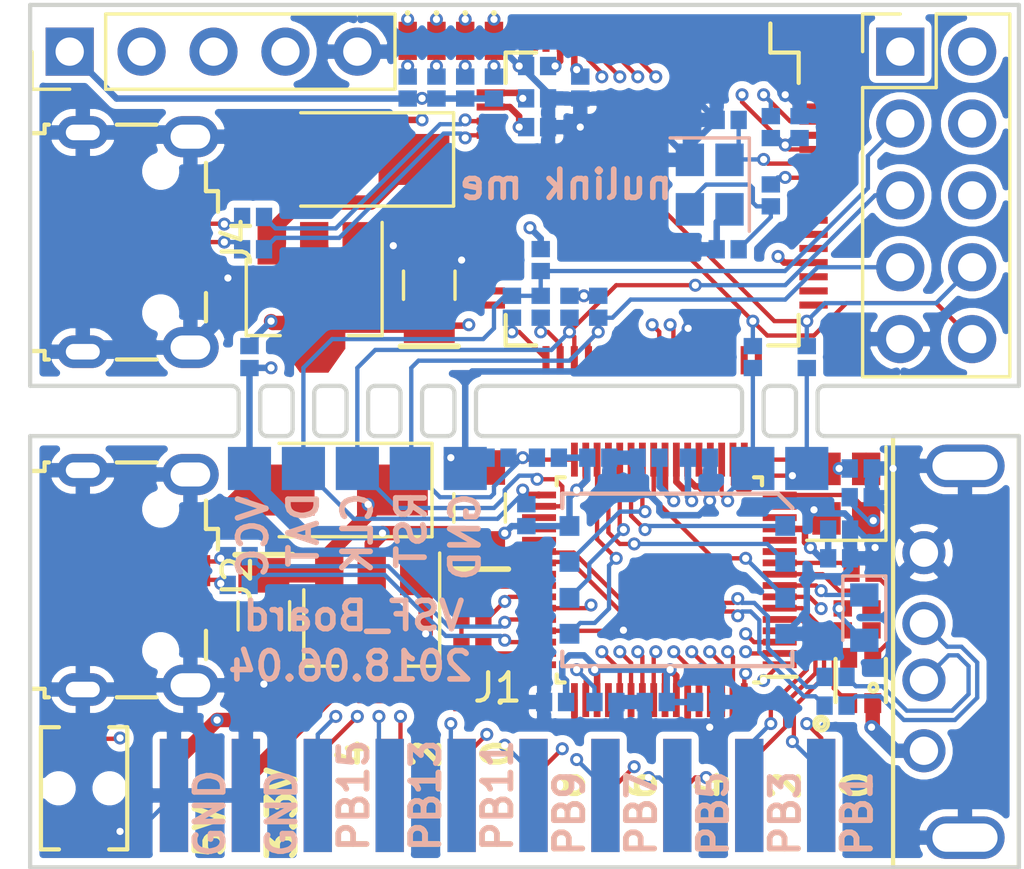
<source format=kicad_pcb>
(kicad_pcb (version 20171130) (host pcbnew "(5.1.5)-3")
  (layers (0 F.Cu signal) (1 In1.Cu signal hide) (2 In2.Cu signal hide) (31 B.Cu signal hide) (34 B.Paste user hide) (35 F.Paste user) (36 B.SilkS user hide) (37 F.SilkS user) (38 B.Mask user hide) (39 F.Mask user) (44 Edge.Cuts user))
  (net 0 "")
  (net 1 /XT_IN)
  (net 2 GND)
  (net 3 /XT_OUT)
  (net 4 /X32_IN)
  (net 5 /X32_OUT)
  (net 6 /SWD_CLK)
  (net 7 /USBD_VBUS)
  (net 8 VCC)
  (net 9 /LDO_CAP1)
  (net 10 /LDO_CAP2)
  (net 11 /USBD_CAP)
  (net 12 /SWD_DAT)
  (net 13 /PB.0)
  (net 14 /PB.1)
  (net 15 /PB.2)
  (net 16 /PB.3)
  (net 17 /PB.4)
  (net 18 /PB.5)
  (net 19 /PB.6)
  (net 20 /PB.7)
  (net 21 /PB.8)
  (net 22 /PB.9)
  (net 23 /PB.10)
  (net 24 /PB.11)
  (net 25 /PB.12)
  (net 26 /PB.13)
  (net 27 /PB.14)
  (net 28 /PB.15)
  (net 29 "Net-(J2-Pad2)")
  (net 30 "Net-(J2-Pad3)")
  (net 31 "Net-(J2-Pad4)")
  (net 32 "Net-(J3-Pad2)")
  (net 33 "Net-(J3-Pad3)")
  (net 34 /USBD_DP)
  (net 35 /USBD_DM)
  (net 36 /USBD_VRES)
  (net 37 /USBH_DP)
  (net 38 /USBH_DM)
  (net 39 "Net-(U0-Pad11)")
  (net 40 "Net-(U0-Pad12)")
  (net 41 "Net-(U0-Pad20)")
  (net 42 "Net-(U0-Pad21)")
  (net 43 /SPIM_D2)
  (net 44 /SPIM_D3)
  (net 45 /SPIM_SS)
  (net 46 /SPIM_CLK)
  (net 47 /SPIM_MISO)
  (net 48 /SPIM_MOSI)
  (net 49 /DBG_TXD)
  (net 50 /DBG_RXD)
  (net 51 "Net-(U0-Pad37)")
  (net 52 "Net-(U0-Pad40)")
  (net 53 "Net-(U0-Pad48)")
  (net 54 "Net-(U0-Pad52)")
  (net 55 /USBD_5V)
  (net 56 "Net-(U0-Pad35)")
  (net 57 "Net-(U0-Pad36)")
  (net 58 /LEDR)
  (net 59 /LEDG)
  (net 60 /LEDB)
  (net 61 "Net-(D1-Pad2)")
  (net 62 "Net-(D1-Pad4)")
  (net 63 "Net-(D1-Pad3)")
  (net 64 "Net-(D2-Pad1)")
  (net 65 "Net-(D3-Pad2)")
  (net 66 /TICERST)
  (net 67 "Net-(C21-Pad1)")
  (net 68 /VCC3)
  (net 69 /VBUS)
  (net 70 "Net-(C24-Pad1)")
  (net 71 /12M_I)
  (net 72 "Net-(C26-Pad2)")
  (net 73 /RST)
  (net 74 /ICELED)
  (net 75 "Net-(D4-Pad2)")
  (net 76 /ISPLED)
  (net 77 "Net-(D5-Pad2)")
  (net 78 /RED)
  (net 79 "Net-(D6-Pad2)")
  (net 80 /GREEN)
  (net 81 "Net-(D7-Pad2)")
  (net 82 "Net-(D8-Pad1)")
  (net 83 "Net-(J4-Pad2)")
  (net 84 "Net-(J4-Pad3)")
  (net 85 "Net-(J4-Pad4)")
  (net 86 /ICE_DAT)
  (net 87 /ICE_CLK)
  (net 88 /12M_O)
  (net 89 "Net-(R13-Pad2)")
  (net 90 "Net-(R14-Pad2)")
  (net 91 /DP)
  (net 92 /DM)
  (net 93 "Net-(U3-Pad1)")
  (net 94 "Net-(U3-Pad2)")
  (net 95 "Net-(U3-Pad3)")
  (net 96 "Net-(U3-Pad4)")
  (net 97 "Net-(U3-Pad5)")
  (net 98 "Net-(U3-Pad6)")
  (net 99 "Net-(U3-Pad7)")
  (net 100 "Net-(U3-Pad8)")
  (net 101 "Net-(U3-Pad9)")
  (net 102 "Net-(U3-Pad23)")
  (net 103 "Net-(U3-Pad24)")
  (net 104 "Net-(U3-Pad25)")
  (net 105 "Net-(U3-Pad26)")
  (net 106 "Net-(U3-Pad27)")
  (net 107 "Net-(U3-Pad28)")
  (net 108 "Net-(U3-Pad30)")
  (net 109 "Net-(U3-Pad31)")
  (net 110 "Net-(U3-Pad32)")
  (net 111 "Net-(U3-Pad37)")
  (net 112 "Net-(U3-Pad38)")
  (net 113 "Net-(U3-Pad39)")
  (net 114 "Net-(U3-Pad40)")
  (net 115 "Net-(U3-Pad44)")
  (net 116 "Net-(U3-Pad45)")
  (net 117 "Net-(U3-Pad46)")
  (net 118 "Net-(U3-Pad47)")
  (net 119 "Net-(U3-Pad48)")
  (net 120 "Net-(U3-Pad49)")
  (net 121 "Net-(U3-Pad50)")
  (net 122 "Net-(U3-Pad51)")
  (net 123 "Net-(U3-Pad53)")
  (net 124 "Net-(U3-Pad54)")
  (net 125 "Net-(U3-Pad55)")
  (net 126 "Net-(U3-Pad56)")
  (net 127 "Net-(U3-Pad57)")
  (net 128 "Net-(U3-Pad64)")
  (net 129 "Net-(J6-Pad2)")
  (net 130 "Net-(J6-Pad4)")
  (net 131 "Net-(J6-Pad6)")
  (net 132 /TICETXD)
  (net 133 /TICERXD)
  (module Connector_PinHeader_2.54mm:PinHeader_2x05_P2.54mm_Vertical (layer F.Cu) (at 203.454 94.361)
    (fp_text reference J6 hide)
    (fp_text value Conn_02x05_Odd_Even hide)
    (pad 1 thru_hole rect (at 0 0) (size 1.7 1.7) (drill 1) (layers *.Cu *.Mask) (net 8 VCC))
    (pad 2 thru_hole oval (at 2.54 0) (size 1.7 1.7) (drill 1) (layers *.Cu *.Mask) (net 129 "Net-(J6-Pad2)"))
    (pad 3 thru_hole oval (at 0 2.54) (size 1.7 1.7) (drill 1) (layers *.Cu *.Mask) (net 12 /SWD_DAT))
    (pad 4 thru_hole oval (at 2.54 2.54) (size 1.7 1.7) (drill 1) (layers *.Cu *.Mask) (net 130 "Net-(J6-Pad4)"))
    (pad 5 thru_hole oval (at 0 5.08) (size 1.7 1.7) (drill 1) (layers *.Cu *.Mask) (net 6 /SWD_CLK))
    (pad 6 thru_hole oval (at 2.54 5.08) (size 1.7 1.7) (drill 1) (layers *.Cu *.Mask) (net 131 "Net-(J6-Pad6)"))
    (pad 7 thru_hole oval (at 0 7.62) (size 1.7 1.7) (drill 1) (layers *.Cu *.Mask) (net 66 /TICERST))
    (pad 8 thru_hole oval (at 2.54 7.62) (size 1.7 1.7) (drill 1) (layers *.Cu *.Mask) (net 132 /TICETXD))
    (pad 9 thru_hole oval (at 0 10.16) (size 1.7 1.7) (drill 1) (layers *.Cu *.Mask) (net 2 GND))
    (pad 10 thru_hole oval (at 2.54 10.16) (size 1.7 1.7) (drill 1) (layers *.Cu *.Mask) (net 133 /TICERXD))
  )
  (module Package_QFP:LQFP-64_7x7mm_P0.4mm (layer F.Cu) (at 194.945 113.03 180)
    (fp_text reference U0 hide)
    (fp_text value M4842U_64 hide)
    (pad 1 smd rect (at -4.25 -3 180) (size 1.2 0.24) (layers F.Cu F.Paste F.Mask) (net 19 /PB.6))
    (pad 2 smd rect (at -4.25 -2.6 180) (size 1.2 0.24) (layers F.Cu F.Paste F.Mask) (net 18 /PB.5))
    (pad 3 smd rect (at -4.25 -2.2 180) (size 1.2 0.24) (layers F.Cu F.Paste F.Mask) (net 17 /PB.4))
    (pad 4 smd rect (at -4.25 -1.8 180) (size 1.2 0.24) (layers F.Cu F.Paste F.Mask) (net 16 /PB.3))
    (pad 5 smd rect (at -4.25 -1.4 180) (size 1.2 0.24) (layers F.Cu F.Paste F.Mask) (net 15 /PB.2))
    (pad 6 smd rect (at -4.25 -1 180) (size 1.2 0.24) (layers F.Cu F.Paste F.Mask) (net 14 /PB.1))
    (pad 7 smd rect (at -4.25 -0.6 180) (size 1.2 0.24) (layers F.Cu F.Paste F.Mask) (net 13 /PB.0))
    (pad 8 smd rect (at -4.25 -0.2 180) (size 1.2 0.24) (layers F.Cu F.Paste F.Mask) (net 58 /LEDR))
    (pad 9 smd rect (at -4.25 0.2 180) (size 1.2 0.24) (layers F.Cu F.Paste F.Mask) (net 59 /LEDG))
    (pad 10 smd rect (at -4.25 0.6 180) (size 1.2 0.24) (layers F.Cu F.Paste F.Mask) (net 60 /LEDB))
    (pad 11 smd rect (at -4.25 1 180) (size 1.2 0.24) (layers F.Cu F.Paste F.Mask) (net 39 "Net-(U0-Pad11)"))
    (pad 12 smd rect (at -4.25 1.4 180) (size 1.2 0.24) (layers F.Cu F.Paste F.Mask) (net 40 "Net-(U0-Pad12)"))
    (pad 13 smd rect (at -4.25 1.8 180) (size 1.2 0.24) (layers F.Cu F.Paste F.Mask) (net 8 VCC))
    (pad 14 smd rect (at -4.25 2.2 180) (size 1.2 0.24) (layers F.Cu F.Paste F.Mask) (net 4 /X32_IN))
    (pad 15 smd rect (at -4.25 2.6 180) (size 1.2 0.24) (layers F.Cu F.Paste F.Mask) (net 5 /X32_OUT))
    (pad 16 smd rect (at -4.25 3 180) (size 1.2 0.24) (layers F.Cu F.Paste F.Mask) (net 1 /XT_IN))
    (pad 17 smd rect (at -3 4.25 270) (size 1.2 0.24) (layers F.Cu F.Paste F.Mask) (net 3 /XT_OUT))
    (pad 18 smd rect (at -2.6 4.25 270) (size 1.2 0.24) (layers F.Cu F.Paste F.Mask) (net 49 /DBG_TXD))
    (pad 19 smd rect (at -2.2 4.25 270) (size 1.2 0.24) (layers F.Cu F.Paste F.Mask) (net 50 /DBG_RXD))
    (pad 20 smd rect (at -1.8 4.25 270) (size 1.2 0.24) (layers F.Cu F.Paste F.Mask) (net 41 "Net-(U0-Pad20)"))
    (pad 21 smd rect (at -1.4 4.25 270) (size 1.2 0.24) (layers F.Cu F.Paste F.Mask) (net 42 "Net-(U0-Pad21)"))
    (pad 22 smd rect (at -1 4.25 270) (size 1.2 0.24) (layers F.Cu F.Paste F.Mask) (net 2 GND))
    (pad 23 smd rect (at -0.6 4.25 270) (size 1.2 0.24) (layers F.Cu F.Paste F.Mask) (net 8 VCC))
    (pad 24 smd rect (at -0.2 4.25 270) (size 1.2 0.24) (layers F.Cu F.Paste F.Mask) (net 9 /LDO_CAP1))
    (pad 25 smd rect (at 0.2 4.25 270) (size 1.2 0.24) (layers F.Cu F.Paste F.Mask) (net 43 /SPIM_D2))
    (pad 26 smd rect (at 0.6 4.25 270) (size 1.2 0.24) (layers F.Cu F.Paste F.Mask) (net 44 /SPIM_D3))
    (pad 27 smd rect (at 1 4.25 270) (size 1.2 0.24) (layers F.Cu F.Paste F.Mask) (net 45 /SPIM_SS))
    (pad 28 smd rect (at 1.4 4.25 270) (size 1.2 0.24) (layers F.Cu F.Paste F.Mask) (net 46 /SPIM_CLK))
    (pad 29 smd rect (at 1.8 4.25 270) (size 1.2 0.24) (layers F.Cu F.Paste F.Mask) (net 47 /SPIM_MISO))
    (pad 30 smd rect (at 2.2 4.25 270) (size 1.2 0.24) (layers F.Cu F.Paste F.Mask) (net 48 /SPIM_MOSI))
    (pad 31 smd rect (at 2.6 4.25 270) (size 1.2 0.24) (layers F.Cu F.Paste F.Mask) (net 8 VCC))
    (pad 32 smd rect (at 3 4.25 270) (size 1.2 0.24) (layers F.Cu F.Paste F.Mask) (net 66 /TICERST))
    (pad 33 smd rect (at 4.25 3 180) (size 1.2 0.24) (layers F.Cu F.Paste F.Mask) (net 12 /SWD_DAT))
    (pad 34 smd rect (at 4.25 2.6 180) (size 1.2 0.24) (layers F.Cu F.Paste F.Mask) (net 6 /SWD_CLK))
    (pad 35 smd rect (at 4.25 2.2 180) (size 1.2 0.24) (layers F.Cu F.Paste F.Mask) (net 56 "Net-(U0-Pad35)"))
    (pad 36 smd rect (at 4.25 1.8 180) (size 1.2 0.24) (layers F.Cu F.Paste F.Mask) (net 57 "Net-(U0-Pad36)"))
    (pad 37 smd rect (at 4.25 1.4 180) (size 1.2 0.24) (layers F.Cu F.Paste F.Mask) (net 51 "Net-(U0-Pad37)"))
    (pad 38 smd rect (at 4.25 1 180) (size 1.2 0.24) (layers F.Cu F.Paste F.Mask) (net 38 /USBH_DM))
    (pad 39 smd rect (at 4.25 0.6 180) (size 1.2 0.24) (layers F.Cu F.Paste F.Mask) (net 37 /USBH_DP))
    (pad 40 smd rect (at 4.25 0.2 180) (size 1.2 0.24) (layers F.Cu F.Paste F.Mask) (net 52 "Net-(U0-Pad40)"))
    (pad 41 smd rect (at 4.25 -0.2 180) (size 1.2 0.24) (layers F.Cu F.Paste F.Mask) (net 36 /USBD_VRES))
    (pad 42 smd rect (at 4.25 -0.6 180) (size 1.2 0.24) (layers F.Cu F.Paste F.Mask) (net 8 VCC))
    (pad 43 smd rect (at 4.25 -1 180) (size 1.2 0.24) (layers F.Cu F.Paste F.Mask) (net 7 /USBD_VBUS))
    (pad 44 smd rect (at 4.25 -1.4 180) (size 1.2 0.24) (layers F.Cu F.Paste F.Mask) (net 35 /USBD_DM))
    (pad 45 smd rect (at 4.25 -1.8 180) (size 1.2 0.24) (layers F.Cu F.Paste F.Mask) (net 2 GND))
    (pad 46 smd rect (at 4.25 -2.2 180) (size 1.2 0.24) (layers F.Cu F.Paste F.Mask) (net 34 /USBD_DP))
    (pad 47 smd rect (at 4.25 -2.6 180) (size 1.2 0.24) (layers F.Cu F.Paste F.Mask) (net 11 /USBD_CAP))
    (pad 48 smd rect (at 4.25 -3 180) (size 1.2 0.24) (layers F.Cu F.Paste F.Mask) (net 53 "Net-(U0-Pad48)"))
    (pad 49 smd rect (at 3 -4.25 270) (size 1.2 0.24) (layers F.Cu F.Paste F.Mask) (net 2 GND))
    (pad 50 smd rect (at 2.6 -4.25 270) (size 1.2 0.24) (layers F.Cu F.Paste F.Mask) (net 10 /LDO_CAP2))
    (pad 51 smd rect (at 2.2 -4.25 270) (size 1.2 0.24) (layers F.Cu F.Paste F.Mask) (net 8 VCC))
    (pad 52 smd rect (at 1.8 -4.25 270) (size 1.2 0.24) (layers F.Cu F.Paste F.Mask) (net 54 "Net-(U0-Pad52)"))
    (pad 53 smd rect (at 1.4 -4.25 270) (size 1.2 0.24) (layers F.Cu F.Paste F.Mask) (net 28 /PB.15))
    (pad 54 smd rect (at 1 -4.25 270) (size 1.2 0.24) (layers F.Cu F.Paste F.Mask) (net 27 /PB.14))
    (pad 55 smd rect (at 0.6 -4.25 270) (size 1.2 0.24) (layers F.Cu F.Paste F.Mask) (net 26 /PB.13))
    (pad 56 smd rect (at 0.2 -4.25 270) (size 1.2 0.24) (layers F.Cu F.Paste F.Mask) (net 25 /PB.12))
    (pad 57 smd rect (at -0.2 -4.25 270) (size 1.2 0.24) (layers F.Cu F.Paste F.Mask) (net 8 VCC))
    (pad 58 smd rect (at -0.6 -4.25 270) (size 1.2 0.24) (layers F.Cu F.Paste F.Mask) (net 8 VCC))
    (pad 59 smd rect (at -1 -4.25 270) (size 1.2 0.24) (layers F.Cu F.Paste F.Mask) (net 2 GND))
    (pad 60 smd rect (at -1.4 -4.25 270) (size 1.2 0.24) (layers F.Cu F.Paste F.Mask) (net 24 /PB.11))
    (pad 61 smd rect (at -1.8 -4.25 270) (size 1.2 0.24) (layers F.Cu F.Paste F.Mask) (net 23 /PB.10))
    (pad 62 smd rect (at -2.2 -4.25 270) (size 1.2 0.24) (layers F.Cu F.Paste F.Mask) (net 22 /PB.9))
    (pad 63 smd rect (at -2.6 -4.25 270) (size 1.2 0.24) (layers F.Cu F.Paste F.Mask) (net 21 /PB.8))
    (pad 64 smd rect (at -3 -4.25 270) (size 1.2 0.24) (layers F.Cu F.Paste F.Mask) (net 20 /PB.7))
  )
  (module simonqian:WSON-8_8x6mm_P1.27mm (layer B.Cu) (at 195.58 113.03 180)
    (fp_text reference U2 hide)
    (fp_text value GD25Q_8P hide)
    (pad 1 smd rect (at -3.81 1.905 180) (size 0.7 0.7) (layers B.Cu B.Paste B.Mask) (net 45 /SPIM_SS))
    (pad 2 smd rect (at -3.81 0.635 180) (size 0.7 0.7) (layers B.Cu B.Paste B.Mask) (net 47 /SPIM_MISO))
    (pad 3 smd rect (at -3.81 -0.635 180) (size 0.7 0.7) (layers B.Cu B.Paste B.Mask) (net 43 /SPIM_D2))
    (pad 4 smd rect (at -3.81 -1.905 180) (size 0.7 0.7) (layers B.Cu B.Paste B.Mask) (net 2 GND))
    (pad 5 smd rect (at 3.81 -1.905 180) (size 0.7 0.7) (layers B.Cu B.Paste B.Mask) (net 48 /SPIM_MOSI))
    (pad 6 smd rect (at 3.81 -0.635 180) (size 0.7 0.7) (layers B.Cu B.Paste B.Mask) (net 46 /SPIM_CLK))
    (pad 7 smd rect (at 3.81 0.635 180) (size 0.7 0.7) (layers B.Cu B.Paste B.Mask) (net 44 /SPIM_D3))
    (pad 8 smd rect (at 3.81 1.905 180) (size 0.7 0.7) (layers B.Cu B.Paste B.Mask) (net 8 VCC))
  )
  (module Capacitor_SMD:C_0402_1005Metric (layer B.Cu) (at 202.057 110.109)
    (fp_text reference C0 hide)
    (fp_text value 20pF hide)
    (pad 1 smd rect (at -0.3875 0) (size 0.575 0.65) (layers B.Cu B.Paste B.Mask) (net 1 /XT_IN))
    (pad 2 smd rect (at 0.3875 0) (size 0.575 0.65) (layers B.Cu B.Paste B.Mask) (net 2 GND))
  )
  (module Capacitor_SMD:C_0402_1005Metric (layer B.Cu) (at 202.057 109.093)
    (fp_text reference C1 hide)
    (fp_text value 20pF hide)
    (pad 1 smd rect (at -0.3875 0) (size 0.575 0.65) (layers B.Cu B.Paste B.Mask) (net 3 /XT_OUT))
    (pad 2 smd rect (at 0.3875 0) (size 0.575 0.65) (layers B.Cu B.Paste B.Mask) (net 2 GND))
  )
  (module Capacitor_SMD:C_0402_1005Metric (layer B.Cu) (at 189.23 108.712 180)
    (fp_text reference C4 hide)
    (fp_text value 1uF hide)
    (pad 1 smd rect (at -0.3875 0 180) (size 0.575 0.65) (layers B.Cu B.Paste B.Mask) (net 66 /TICERST))
    (pad 2 smd rect (at 0.3875 0 180) (size 0.575 0.65) (layers B.Cu B.Paste B.Mask) (net 2 GND))
  )
  (module Capacitor_SMD:C_1206_3216Metric (layer F.Cu) (at 180.975 114.3 270)
    (fp_text reference C5 hide)
    (fp_text value 100uF hide)
    (pad 1 smd rect (at -1.43 0 270) (size 1.22 1.8) (layers F.Cu F.Paste F.Mask) (net 7 /USBD_VBUS))
    (pad 2 smd rect (at 1.43 0 270) (size 1.22 1.8) (layers F.Cu F.Paste F.Mask) (net 2 GND))
  )
  (module Capacitor_SMD:C_1206_3216Metric (layer F.Cu) (at 188.595 110.49 90)
    (fp_text reference C6 hide)
    (fp_text value 100uF hide)
    (pad 1 smd rect (at -1.43 0 90) (size 1.22 1.8) (layers F.Cu F.Paste F.Mask) (net 8 VCC))
    (pad 2 smd rect (at 1.43 0 90) (size 1.22 1.8) (layers F.Cu F.Paste F.Mask) (net 2 GND))
  )
  (module Capacitor_SMD:C_0402_1005Metric (layer F.Cu) (at 188.341 114.3 180)
    (fp_text reference C7 hide)
    (fp_text value 0.1uF hide)
    (pad 1 smd rect (at -0.3875 0 180) (size 0.575 0.65) (layers F.Cu F.Paste F.Mask) (net 8 VCC))
    (pad 2 smd rect (at 0.3875 0 180) (size 0.575 0.65) (layers F.Cu F.Paste F.Mask) (net 2 GND))
  )
  (module Capacitor_SMD:C_0402_1005Metric (layer B.Cu) (at 196.342 108.712)
    (fp_text reference C8 hide)
    (fp_text value 0.1uF hide)
    (pad 1 smd rect (at -0.3875 0) (size 0.575 0.65) (layers B.Cu B.Paste B.Mask) (net 8 VCC))
    (pad 2 smd rect (at 0.3875 0) (size 0.575 0.65) (layers B.Cu B.Paste B.Mask) (net 2 GND))
  )
  (module Capacitor_SMD:C_0402_1005Metric (layer B.Cu) (at 191.262 117.348 180)
    (fp_text reference C9 hide)
    (fp_text value 0.1uF hide)
    (pad 1 smd rect (at -0.3875 0 180) (size 0.575 0.65) (layers B.Cu B.Paste B.Mask) (net 8 VCC))
    (pad 2 smd rect (at 0.3875 0 180) (size 0.575 0.65) (layers B.Cu B.Paste B.Mask) (net 2 GND))
  )
  (module Capacitor_SMD:C_0402_1005Metric (layer B.Cu) (at 194.818 117.348 180)
    (fp_text reference C13 hide)
    (fp_text value 1uF hide)
    (pad 1 smd rect (at -0.3875 0 180) (size 0.575 0.65) (layers B.Cu B.Paste B.Mask) (net 8 VCC))
    (pad 2 smd rect (at 0.3875 0 180) (size 0.575 0.65) (layers B.Cu B.Paste B.Mask) (net 2 GND))
  )
  (module Capacitor_SMD:C_0402_1005Metric (layer B.Cu) (at 196.596 117.348)
    (fp_text reference C14 hide)
    (fp_text value 4.7uF hide)
    (pad 1 smd rect (at -0.3875 0) (size 0.575 0.65) (layers B.Cu B.Paste B.Mask) (net 8 VCC))
    (pad 2 smd rect (at 0.3875 0) (size 0.575 0.65) (layers B.Cu B.Paste B.Mask) (net 2 GND))
  )
  (module Capacitor_SMD:C_0402_1005Metric (layer B.Cu) (at 192.786 108.712)
    (fp_text reference C15 hide)
    (fp_text value 0.1uF hide)
    (pad 1 smd rect (at -0.3875 0) (size 0.575 0.65) (layers B.Cu B.Paste B.Mask) (net 8 VCC))
    (pad 2 smd rect (at 0.3875 0) (size 0.575 0.65) (layers B.Cu B.Paste B.Mask) (net 2 GND))
  )
  (module Capacitor_SMD:C_0402_1005Metric (layer B.Cu) (at 201.295 111.252)
    (fp_text reference C16 hide)
    (fp_text value 0.1uF hide)
    (pad 1 smd rect (at -0.3875 0) (size 0.575 0.65) (layers B.Cu B.Paste B.Mask) (net 8 VCC))
    (pad 2 smd rect (at 0.3875 0) (size 0.575 0.65) (layers B.Cu B.Paste B.Mask) (net 2 GND))
  )
  (module Capacitor_SMD:C_0402_1005Metric (layer B.Cu) (at 201.295 112.268)
    (fp_text reference C17 hide)
    (fp_text value 4.7uF hide)
    (pad 1 smd rect (at -0.3875 0) (size 0.575 0.65) (layers B.Cu B.Paste B.Mask) (net 8 VCC))
    (pad 2 smd rect (at 0.3875 0) (size 0.575 0.65) (layers B.Cu B.Paste B.Mask) (net 2 GND))
  )
  (module Capacitor_SMD:C_0402_1005Metric (layer B.Cu) (at 194.564 108.712 180)
    (fp_text reference C18 hide)
    (fp_text value 2.2uF hide)
    (pad 1 smd rect (at -0.3875 0 180) (size 0.575 0.65) (layers B.Cu B.Paste B.Mask) (net 9 /LDO_CAP1))
    (pad 2 smd rect (at 0.3875 0 180) (size 0.575 0.65) (layers B.Cu B.Paste B.Mask) (net 2 GND))
  )
  (module Capacitor_SMD:C_0402_1005Metric (layer B.Cu) (at 193.04 117.348)
    (fp_text reference C19 hide)
    (fp_text value 2.2uF hide)
    (pad 1 smd rect (at -0.3875 0) (size 0.575 0.65) (layers B.Cu B.Paste B.Mask) (net 10 /LDO_CAP2))
    (pad 2 smd rect (at 0.3875 0) (size 0.575 0.65) (layers B.Cu B.Paste B.Mask) (net 2 GND))
  )
  (module Diode_SMD:D_SMA (layer F.Cu) (at 183.515 109.855 180)
    (fp_text reference D0 hide)
    (fp_text value SS14 hide)
    (pad 1 smd rect (at -2 0 180) (size 2.5 1.8) (layers F.Cu F.Paste F.Mask) (net 7 /USBD_VBUS))
    (pad 2 smd rect (at 2 0 180) (size 2.5 1.8) (layers F.Cu F.Paste F.Mask) (net 55 /USBD_5V))
  )
  (module Resistor_SMD:R_0402_1005Metric (layer B.Cu) (at 190.246 110.744 90)
    (fp_text reference R0 hide)
    (fp_text value 51K hide)
    (pad 1 smd rect (at -0.3875 0 90) (size 0.575 0.65) (layers B.Cu B.Paste B.Mask) (net 8 VCC))
    (pad 2 smd rect (at 0.3875 0 90) (size 0.575 0.65) (layers B.Cu B.Paste B.Mask) (net 12 /SWD_DAT))
  )
  (module Resistor_SMD:R_0402_1005Metric (layer B.Cu) (at 191.008 108.712 180)
    (fp_text reference R1 hide)
    (fp_text value 10K hide)
    (pad 1 smd rect (at -0.3875 0 180) (size 0.575 0.65) (layers B.Cu B.Paste B.Mask) (net 8 VCC))
    (pad 2 smd rect (at 0.3875 0 180) (size 0.575 0.65) (layers B.Cu B.Paste B.Mask) (net 66 /TICERST))
  )
  (module Resistor_SMD:R_0402_1005Metric (layer B.Cu) (at 180.086 113.2078 180)
    (fp_text reference R2 hide)
    (fp_text value 0 hide)
    (pad 1 smd rect (at -0.3875 0 180) (size 0.575 0.65) (layers B.Cu B.Paste B.Mask) (net 34 /USBD_DP))
    (pad 2 smd rect (at 0.3875 0 180) (size 0.575 0.65) (layers B.Cu B.Paste B.Mask) (net 30 "Net-(J2-Pad3)"))
  )
  (module Resistor_SMD:R_0402_1005Metric (layer B.Cu) (at 180.086 112.1918 180)
    (fp_text reference R3 hide)
    (fp_text value 0 hide)
    (pad 1 smd rect (at -0.3875 0 180) (size 0.575 0.65) (layers B.Cu B.Paste B.Mask) (net 35 /USBD_DM))
    (pad 2 smd rect (at 0.3875 0 180) (size 0.575 0.65) (layers B.Cu B.Paste B.Mask) (net 29 "Net-(J2-Pad2)"))
  )
  (module Resistor_SMD:R_0402_1005Metric (layer F.Cu) (at 188.341 113.284 180)
    (fp_text reference R4 hide)
    (fp_text value "200R %1" hide)
    (pad 1 smd rect (at -0.3875 0 180) (size 0.575 0.65) (layers F.Cu F.Paste F.Mask) (net 36 /USBD_VRES))
    (pad 2 smd rect (at 0.3875 0 180) (size 0.575 0.65) (layers F.Cu F.Paste F.Mask) (net 2 GND))
  )
  (module Resistor_SMD:R_0402_1005Metric (layer B.Cu) (at 201.168 117.475)
    (fp_text reference R5 hide)
    (fp_text value 33R hide)
    (pad 1 smd rect (at -0.3875 0) (size 0.575 0.65) (layers B.Cu B.Paste B.Mask) (net 37 /USBH_DP))
    (pad 2 smd rect (at 0.3875 0) (size 0.575 0.65) (layers B.Cu B.Paste B.Mask) (net 33 "Net-(J3-Pad3)"))
  )
  (module Resistor_SMD:R_0402_1005Metric (layer B.Cu) (at 201.168 116.459)
    (fp_text reference R6 hide)
    (fp_text value 33R hide)
    (pad 1 smd rect (at -0.3875 0) (size 0.575 0.65) (layers B.Cu B.Paste B.Mask) (net 38 /USBH_DM))
    (pad 2 smd rect (at 0.3875 0) (size 0.575 0.65) (layers B.Cu B.Paste B.Mask) (net 32 "Net-(J3-Pad2)"))
  )
  (module Capacitor_SMD:C_0402_1005Metric (layer F.Cu) (at 188.341 115.316 180)
    (fp_text reference C20 hide)
    (fp_text value 1uF hide)
    (pad 1 smd rect (at -0.3875 0 180) (size 0.575 0.65) (layers F.Cu F.Paste F.Mask) (net 11 /USBD_CAP))
    (pad 2 smd rect (at 0.3875 0 180) (size 0.575 0.65) (layers F.Cu F.Paste F.Mask) (net 2 GND))
  )
  (module Resistor_SMD:R_0402_1005Metric (layer F.Cu) (at 201.422 114.427 90)
    (fp_text reference R7 hide)
    (fp_text value 1K hide)
    (pad 1 smd rect (at -0.3875 0 90) (size 0.575 0.65) (layers F.Cu F.Paste F.Mask) (net 61 "Net-(D1-Pad2)"))
    (pad 2 smd rect (at 0.3875 0 90) (size 0.575 0.65) (layers F.Cu F.Paste F.Mask) (net 65 "Net-(D3-Pad2)"))
  )
  (module Resistor_SMD:R_0402_1005Metric (layer F.Cu) (at 202.438 114.427 90)
    (fp_text reference R8 hide)
    (fp_text value 1K hide)
    (pad 1 smd rect (at -0.3875 0 90) (size 0.575 0.65) (layers F.Cu F.Paste F.Mask) (net 63 "Net-(D1-Pad3)"))
    (pad 2 smd rect (at 0.3875 0 90) (size 0.575 0.65) (layers F.Cu F.Paste F.Mask) (net 59 /LEDG))
  )
  (module Resistor_SMD:R_0402_1005Metric (layer F.Cu) (at 202.1205 112.776 180)
    (fp_text reference R9 hide)
    (fp_text value 1K hide)
    (pad 1 smd rect (at -0.3875 0 180) (size 0.575 0.65) (layers F.Cu F.Paste F.Mask) (net 62 "Net-(D1-Pad4)"))
    (pad 2 smd rect (at 0.3875 0 180) (size 0.575 0.65) (layers F.Cu F.Paste F.Mask) (net 60 /LEDB))
  )
  (module LED_SMD:LED_0402_1005Metric (layer F.Cu) (at 188.341 117.348 180)
    (fp_text reference D2 hide)
    (fp_text value LED hide)
    (pad 1 smd rect (at -0.3875 0 180) (size 0.575 0.65) (layers F.Cu F.Paste F.Mask) (net 64 "Net-(D2-Pad1)"))
    (pad 2 smd rect (at 0.3875 0 180) (size 0.575 0.65) (layers F.Cu F.Paste F.Mask) (net 8 VCC))
  )
  (module Resistor_SMD:R_0402_1005Metric (layer F.Cu) (at 188.341 116.332)
    (fp_text reference R10 hide)
    (fp_text value 1K hide)
    (pad 1 smd rect (at -0.3875 0) (size 0.575 0.65) (layers F.Cu F.Paste F.Mask) (net 2 GND))
    (pad 2 smd rect (at 0.3875 0) (size 0.575 0.65) (layers F.Cu F.Paste F.Mask) (net 64 "Net-(D2-Pad1)"))
  )
  (module Diode_SMD:D_0603_1608Metric (layer B.Cu) (at 202.184 114.3635 270)
    (fp_text reference D3 hide)
    (fp_text value 1SS400G hide)
    (pad 1 smd rect (at -0.8 0 270) (size 0.82 1) (layers B.Cu B.Paste B.Mask) (net 58 /LEDR))
    (pad 2 smd rect (at 0.8 0 270) (size 0.82 1) (layers B.Cu B.Paste B.Mask) (net 65 "Net-(D3-Pad2)"))
  )
  (module Capacitor_SMD:C_0402_1005Metric (layer B.Cu) (at 192.151 95.631 270)
    (fp_text reference C21 hide)
    (fp_text value 1uF hide)
    (pad 1 smd rect (at -0.3875 0 270) (size 0.575 0.65) (layers B.Cu B.Paste B.Mask) (net 67 "Net-(C21-Pad1)"))
    (pad 2 smd rect (at 0.3875 0 270) (size 0.575 0.65) (layers B.Cu B.Paste B.Mask) (net 2 GND))
  )
  (module Capacitor_SMD:C_0402_1005Metric (layer B.Cu) (at 190.627 94.869)
    (fp_text reference C22 hide)
    (fp_text value 0.1uF hide)
    (pad 1 smd rect (at -0.3875 0) (size 0.575 0.65) (layers B.Cu B.Paste B.Mask) (net 2 GND))
    (pad 2 smd rect (at 0.3875 0) (size 0.575 0.65) (layers B.Cu B.Paste B.Mask) (net 68 /VCC3))
  )
  (module Capacitor_SMD:C_0402_1005Metric (layer B.Cu) (at 190.627 96.012 180)
    (fp_text reference C23 hide)
    (fp_text value 1uF hide)
    (pad 1 smd rect (at -0.3875 0 180) (size 0.575 0.65) (layers B.Cu B.Paste B.Mask) (net 2 GND))
    (pad 2 smd rect (at 0.3875 0 180) (size 0.575 0.65) (layers B.Cu B.Paste B.Mask) (net 69 /VBUS))
  )
  (module Capacitor_SMD:C_0402_1005Metric (layer B.Cu) (at 190.627 97.028)
    (fp_text reference C24 hide)
    (fp_text value 0.1uF hide)
    (pad 1 smd rect (at -0.3875 0) (size 0.575 0.65) (layers B.Cu B.Paste B.Mask) (net 70 "Net-(C24-Pad1)"))
    (pad 2 smd rect (at 0.3875 0) (size 0.575 0.65) (layers B.Cu B.Paste B.Mask) (net 2 GND))
  )
  (module Capacitor_SMD:C_0402_1005Metric (layer B.Cu) (at 197.358 96.774 180)
    (fp_text reference C25 hide)
    (fp_text value 20pF hide)
    (pad 1 smd rect (at -0.3875 0 180) (size 0.575 0.65) (layers B.Cu B.Paste B.Mask) (net 71 /12M_I))
    (pad 2 smd rect (at 0.3875 0 180) (size 0.575 0.65) (layers B.Cu B.Paste B.Mask) (net 2 GND))
  )
  (module Capacitor_SMD:C_0402_1005Metric (layer B.Cu) (at 197.358 101.346)
    (fp_text reference C26 hide)
    (fp_text value 20pF hide)
    (pad 1 smd rect (at -0.3875 0) (size 0.575 0.65) (layers B.Cu B.Paste B.Mask) (net 2 GND))
    (pad 2 smd rect (at 0.3875 0) (size 0.575 0.65) (layers B.Cu B.Paste B.Mask) (net 72 "Net-(C26-Pad2)"))
  )
  (module Capacitor_SMD:C_0402_1005Metric (layer B.Cu) (at 199.898 97.028 90)
    (fp_text reference C27 hide)
    (fp_text value 10uF hide)
    (pad 1 smd rect (at -0.3875 0 90) (size 0.575 0.65) (layers B.Cu B.Paste B.Mask) (net 73 /RST))
    (pad 2 smd rect (at 0.3875 0 90) (size 0.575 0.65) (layers B.Cu B.Paste B.Mask) (net 2 GND))
  )
  (module Capacitor_SMD:C_1206_3216Metric (layer F.Cu) (at 186.817 102.616 90)
    (fp_text reference C28 hide)
    (fp_text value 10uF hide)
    (pad 1 smd rect (at -1.43 0 90) (size 1.22 1.8) (layers F.Cu F.Paste F.Mask) (net 68 /VCC3))
    (pad 2 smd rect (at 1.43 0 90) (size 1.22 1.8) (layers F.Cu F.Paste F.Mask) (net 2 GND))
  )
  (module LED_SMD:LED_0402_1005Metric (layer F.Cu) (at 189.103 93.98 270)
    (fp_text reference D4 hide)
    (fp_text value RED hide)
    (pad 1 smd rect (at -0.3875 0 270) (size 0.575 0.65) (layers F.Cu F.Paste F.Mask) (net 74 /ICELED))
    (pad 2 smd rect (at 0.3875 0 270) (size 0.575 0.65) (layers F.Cu F.Paste F.Mask) (net 75 "Net-(D4-Pad2)"))
  )
  (module LED_SMD:LED_0402_1005Metric (layer F.Cu) (at 188.087 93.98 270)
    (fp_text reference D5 hide)
    (fp_text value GREEN hide)
    (pad 1 smd rect (at -0.3875 0 270) (size 0.575 0.65) (layers F.Cu F.Paste F.Mask) (net 76 /ISPLED))
    (pad 2 smd rect (at 0.3875 0 270) (size 0.575 0.65) (layers F.Cu F.Paste F.Mask) (net 77 "Net-(D5-Pad2)"))
  )
  (module LED_SMD:LED_0402_1005Metric (layer F.Cu) (at 187.071 93.98 270)
    (fp_text reference D6 hide)
    (fp_text value RED hide)
    (pad 1 smd rect (at -0.3875 0 270) (size 0.575 0.65) (layers F.Cu F.Paste F.Mask) (net 78 /RED))
    (pad 2 smd rect (at 0.3875 0 270) (size 0.575 0.65) (layers F.Cu F.Paste F.Mask) (net 79 "Net-(D6-Pad2)"))
  )
  (module LED_SMD:LED_0402_1005Metric (layer F.Cu) (at 186.055 93.98 270)
    (fp_text reference D7 hide)
    (fp_text value GREEN hide)
    (pad 1 smd rect (at -0.3875 0 270) (size 0.575 0.65) (layers F.Cu F.Paste F.Mask) (net 80 /GREEN))
    (pad 2 smd rect (at 0.3875 0 270) (size 0.575 0.65) (layers F.Cu F.Paste F.Mask) (net 81 "Net-(D7-Pad2)"))
  )
  (module Diode_SMD:D_SMA (layer F.Cu) (at 184.277 98.171 180)
    (fp_text reference D8 hide)
    (fp_text value SS14 hide)
    (pad 1 smd rect (at -2 0 180) (size 2.5 1.8) (layers F.Cu F.Paste F.Mask) (net 82 "Net-(D8-Pad1)"))
    (pad 2 smd rect (at 2 0 180) (size 2.5 1.8) (layers F.Cu F.Paste F.Mask) (net 69 /VBUS))
  )
  (module Resistor_SMD:R_0402_1005Metric (layer B.Cu) (at 198.882 97.028 270)
    (fp_text reference R11 hide)
    (fp_text value 10K hide)
    (pad 1 smd rect (at -0.3875 0 270) (size 0.575 0.65) (layers B.Cu B.Paste B.Mask) (net 68 /VCC3))
    (pad 2 smd rect (at 0.3875 0 270) (size 0.575 0.65) (layers B.Cu B.Paste B.Mask) (net 73 /RST))
  )
  (module Resistor_SMD:R_0402_1005Metric (layer B.Cu) (at 198.882 99.441 270)
    (fp_text reference R12 hide)
    (fp_text value 33 hide)
    (pad 1 smd rect (at -0.3875 0 270) (size 0.575 0.65) (layers B.Cu B.Paste B.Mask) (net 88 /12M_O))
    (pad 2 smd rect (at 0.3875 0 270) (size 0.575 0.65) (layers B.Cu B.Paste B.Mask) (net 72 "Net-(C26-Pad2)"))
  )
  (module Resistor_SMD:R_0402_1005Metric (layer B.Cu) (at 190.754 103.378 270)
    (fp_text reference R13 hide)
    (fp_text value 0 hide)
    (pad 1 smd rect (at -0.3875 0 270) (size 0.575 0.65) (layers B.Cu B.Paste B.Mask) (net 12 /SWD_DAT))
    (pad 2 smd rect (at 0.3875 0 270) (size 0.575 0.65) (layers B.Cu B.Paste B.Mask) (net 89 "Net-(R13-Pad2)"))
  )
  (module Resistor_SMD:R_0402_1005Metric (layer B.Cu) (at 189.738 103.378 270)
    (fp_text reference R14 hide)
    (fp_text value 33 hide)
    (pad 1 smd rect (at -0.3875 0 270) (size 0.575 0.65) (layers B.Cu B.Paste B.Mask) (net 12 /SWD_DAT))
    (pad 2 smd rect (at 0.3875 0 270) (size 0.575 0.65) (layers B.Cu B.Paste B.Mask) (net 90 "Net-(R14-Pad2)"))
  )
  (module Resistor_SMD:R_0402_1005Metric (layer B.Cu) (at 180.594 101.346 180)
    (fp_text reference R15 hide)
    (fp_text value 33 hide)
    (pad 1 smd rect (at -0.3875 0 180) (size 0.575 0.65) (layers B.Cu B.Paste B.Mask) (net 91 /DP))
    (pad 2 smd rect (at 0.3875 0 180) (size 0.575 0.65) (layers B.Cu B.Paste B.Mask) (net 84 "Net-(J4-Pad3)"))
  )
  (module Resistor_SMD:R_0402_1005Metric (layer B.Cu) (at 180.594 100.203 180)
    (fp_text reference R16 hide)
    (fp_text value 33 hide)
    (pad 1 smd rect (at -0.3875 0 180) (size 0.575 0.65) (layers B.Cu B.Paste B.Mask) (net 92 /DM))
    (pad 2 smd rect (at 0.3875 0 180) (size 0.575 0.65) (layers B.Cu B.Paste B.Mask) (net 83 "Net-(J4-Pad2)"))
  )
  (module Resistor_SMD:R_0402_1005Metric (layer B.Cu) (at 189.103 95.631 270)
    (fp_text reference R17 hide)
    (fp_text value 300 hide)
    (pad 1 smd rect (at -0.3875 0 270) (size 0.575 0.65) (layers B.Cu B.Paste B.Mask) (net 75 "Net-(D4-Pad2)"))
    (pad 2 smd rect (at 0.3875 0 270) (size 0.575 0.65) (layers B.Cu B.Paste B.Mask) (net 68 /VCC3))
  )
  (module Resistor_SMD:R_0402_1005Metric (layer B.Cu) (at 188.087 95.631 270)
    (fp_text reference R18 hide)
    (fp_text value 300 hide)
    (pad 1 smd rect (at -0.3875 0 270) (size 0.575 0.65) (layers B.Cu B.Paste B.Mask) (net 77 "Net-(D5-Pad2)"))
    (pad 2 smd rect (at 0.3875 0 270) (size 0.575 0.65) (layers B.Cu B.Paste B.Mask) (net 68 /VCC3))
  )
  (module Resistor_SMD:R_0402_1005Metric (layer B.Cu) (at 187.071 95.631 270)
    (fp_text reference R19 hide)
    (fp_text value 300 hide)
    (pad 1 smd rect (at -0.3875 0 270) (size 0.575 0.65) (layers B.Cu B.Paste B.Mask) (net 79 "Net-(D6-Pad2)"))
    (pad 2 smd rect (at 0.3875 0 270) (size 0.575 0.65) (layers B.Cu B.Paste B.Mask) (net 68 /VCC3))
  )
  (module Resistor_SMD:R_0402_1005Metric (layer B.Cu) (at 186.055 95.631 270)
    (fp_text reference R20 hide)
    (fp_text value 300 hide)
    (pad 1 smd rect (at -0.3875 0 270) (size 0.575 0.65) (layers B.Cu B.Paste B.Mask) (net 81 "Net-(D7-Pad2)"))
    (pad 2 smd rect (at 0.3875 0 270) (size 0.575 0.65) (layers B.Cu B.Paste B.Mask) (net 68 /VCC3))
  )
  (module Resistor_SMD:R_0402_1005Metric (layer B.Cu) (at 192.786 103.378 90)
    (fp_text reference R21 hide)
    (fp_text value 100K hide)
    (pad 1 smd rect (at -0.3875 0 90) (size 0.575 0.65) (layers B.Cu B.Paste B.Mask) (net 66 /TICERST))
    (pad 2 smd rect (at 0.3875 0 90) (size 0.575 0.65) (layers B.Cu B.Paste B.Mask) (net 68 /VCC3))
  )
  (module Resistor_SMD:R_0402_1005Metric (layer B.Cu) (at 191.77 103.378 90)
    (fp_text reference R22 hide)
    (fp_text value 100K hide)
    (pad 1 smd rect (at -0.3875 0 90) (size 0.575 0.65) (layers B.Cu B.Paste B.Mask) (net 6 /SWD_CLK))
    (pad 2 smd rect (at 0.3875 0 90) (size 0.575 0.65) (layers B.Cu B.Paste B.Mask) (net 68 /VCC3))
  )
  (module Resistor_SMD:R_0402_1005Metric (layer B.Cu) (at 190.754 101.727 90)
    (fp_text reference R23 hide)
    (fp_text value 100K hide)
    (pad 1 smd rect (at -0.3875 0 90) (size 0.575 0.65) (layers B.Cu B.Paste B.Mask) (net 12 /SWD_DAT))
    (pad 2 smd rect (at 0.3875 0 90) (size 0.575 0.65) (layers B.Cu B.Paste B.Mask) (net 68 /VCC3))
  )
  (module Package_QFP:LQFP-64_10x10mm_P0.5mm (layer F.Cu) (at 194.691 99.568 270)
    (fp_text reference U3 hide)
    (fp_text value NUC120_64 hide)
    (pad 1 smd rect (at -5.7 -3.75 270) (size 1 0.25) (layers F.Cu F.Paste F.Mask) (net 93 "Net-(U3-Pad1)"))
    (pad 2 smd rect (at -5.7 -3.25 270) (size 1 0.25) (layers F.Cu F.Paste F.Mask) (net 94 "Net-(U3-Pad2)"))
    (pad 3 smd rect (at -5.7 -2.75 270) (size 1 0.25) (layers F.Cu F.Paste F.Mask) (net 95 "Net-(U3-Pad3)"))
    (pad 4 smd rect (at -5.7 -2.25 270) (size 1 0.25) (layers F.Cu F.Paste F.Mask) (net 96 "Net-(U3-Pad4)"))
    (pad 5 smd rect (at -5.7 -1.75 270) (size 1 0.25) (layers F.Cu F.Paste F.Mask) (net 97 "Net-(U3-Pad5)"))
    (pad 6 smd rect (at -5.7 -1.25 270) (size 1 0.25) (layers F.Cu F.Paste F.Mask) (net 98 "Net-(U3-Pad6)"))
    (pad 7 smd rect (at -5.7 -0.75 270) (size 1 0.25) (layers F.Cu F.Paste F.Mask) (net 99 "Net-(U3-Pad7)"))
    (pad 8 smd rect (at -5.7 -0.25 270) (size 1 0.25) (layers F.Cu F.Paste F.Mask) (net 100 "Net-(U3-Pad8)"))
    (pad 9 smd rect (at -5.7 0.25 270) (size 1 0.25) (layers F.Cu F.Paste F.Mask) (net 101 "Net-(U3-Pad9)"))
    (pad 10 smd rect (at -5.7 0.75 270) (size 1 0.25) (layers F.Cu F.Paste F.Mask) (net 74 /ICELED))
    (pad 11 smd rect (at -5.7 1.25 270) (size 1 0.25) (layers F.Cu F.Paste F.Mask) (net 76 /ISPLED))
    (pad 12 smd rect (at -5.7 1.75 270) (size 1 0.25) (layers F.Cu F.Paste F.Mask) (net 78 /RED))
    (pad 13 smd rect (at -5.7 2.25 270) (size 1 0.25) (layers F.Cu F.Paste F.Mask) (net 80 /GREEN))
    (pad 14 smd rect (at -5.7 2.75 270) (size 1 0.25) (layers F.Cu F.Paste F.Mask) (net 67 "Net-(C21-Pad1)"))
    (pad 15 smd rect (at -5.7 3.25 270) (size 1 0.25) (layers F.Cu F.Paste F.Mask) (net 68 /VCC3))
    (pad 16 smd rect (at -5.7 3.75 270) (size 1 0.25) (layers F.Cu F.Paste F.Mask) (net 2 GND))
    (pad 17 smd rect (at -3.75 5.7) (size 1 0.25) (layers F.Cu F.Paste F.Mask) (net 69 /VBUS))
    (pad 18 smd rect (at -3.25 5.7) (size 1 0.25) (layers F.Cu F.Paste F.Mask) (net 70 "Net-(C24-Pad1)"))
    (pad 19 smd rect (at -2.75 5.7) (size 1 0.25) (layers F.Cu F.Paste F.Mask) (net 92 /DM))
    (pad 20 smd rect (at -2.25 5.7) (size 1 0.25) (layers F.Cu F.Paste F.Mask) (net 91 /DP))
    (pad 21 smd rect (at -1.75 5.7) (size 1 0.25) (layers F.Cu F.Paste F.Mask) (net 132 /TICETXD))
    (pad 22 smd rect (at -1.25 5.7) (size 1 0.25) (layers F.Cu F.Paste F.Mask) (net 133 /TICERXD))
    (pad 23 smd rect (at -0.75 5.7) (size 1 0.25) (layers F.Cu F.Paste F.Mask) (net 102 "Net-(U3-Pad23)"))
    (pad 24 smd rect (at -0.25 5.7) (size 1 0.25) (layers F.Cu F.Paste F.Mask) (net 103 "Net-(U3-Pad24)"))
    (pad 25 smd rect (at 0.25 5.7) (size 1 0.25) (layers F.Cu F.Paste F.Mask) (net 104 "Net-(U3-Pad25)"))
    (pad 26 smd rect (at 0.75 5.7) (size 1 0.25) (layers F.Cu F.Paste F.Mask) (net 105 "Net-(U3-Pad26)"))
    (pad 27 smd rect (at 1.25 5.7) (size 1 0.25) (layers F.Cu F.Paste F.Mask) (net 106 "Net-(U3-Pad27)"))
    (pad 28 smd rect (at 1.75 5.7) (size 1 0.25) (layers F.Cu F.Paste F.Mask) (net 107 "Net-(U3-Pad28)"))
    (pad 29 smd rect (at 2.25 5.7) (size 1 0.25) (layers F.Cu F.Paste F.Mask) (net 2 GND))
    (pad 30 smd rect (at 2.75 5.7) (size 1 0.25) (layers F.Cu F.Paste F.Mask) (net 108 "Net-(U3-Pad30)"))
    (pad 31 smd rect (at 3.25 5.7) (size 1 0.25) (layers F.Cu F.Paste F.Mask) (net 109 "Net-(U3-Pad31)"))
    (pad 32 smd rect (at 3.75 5.7) (size 1 0.25) (layers F.Cu F.Paste F.Mask) (net 110 "Net-(U3-Pad32)"))
    (pad 33 smd rect (at 5.7 3.75 270) (size 1 0.25) (layers F.Cu F.Paste F.Mask) (net 90 "Net-(R14-Pad2)"))
    (pad 34 smd rect (at 5.7 3.25 270) (size 1 0.25) (layers F.Cu F.Paste F.Mask) (net 89 "Net-(R13-Pad2)"))
    (pad 35 smd rect (at 5.7 2.75 270) (size 1 0.25) (layers F.Cu F.Paste F.Mask) (net 6 /SWD_CLK))
    (pad 36 smd rect (at 5.7 2.25 270) (size 1 0.25) (layers F.Cu F.Paste F.Mask) (net 66 /TICERST))
    (pad 37 smd rect (at 5.7 1.75 270) (size 1 0.25) (layers F.Cu F.Paste F.Mask) (net 111 "Net-(U3-Pad37)"))
    (pad 38 smd rect (at 5.7 1.25 270) (size 1 0.25) (layers F.Cu F.Paste F.Mask) (net 112 "Net-(U3-Pad38)"))
    (pad 39 smd rect (at 5.7 0.75 270) (size 1 0.25) (layers F.Cu F.Paste F.Mask) (net 113 "Net-(U3-Pad39)"))
    (pad 40 smd rect (at 5.7 0.25 270) (size 1 0.25) (layers F.Cu F.Paste F.Mask) (net 114 "Net-(U3-Pad40)"))
    (pad 41 smd rect (at 5.7 -0.25 270) (size 1 0.25) (layers F.Cu F.Paste F.Mask) (net 86 /ICE_DAT))
    (pad 42 smd rect (at 5.7 -0.75 270) (size 1 0.25) (layers F.Cu F.Paste F.Mask) (net 87 /ICE_CLK))
    (pad 43 smd rect (at 5.7 -1.25 270) (size 1 0.25) (layers F.Cu F.Paste F.Mask) (net 2 GND))
    (pad 44 smd rect (at 5.7 -1.75 270) (size 1 0.25) (layers F.Cu F.Paste F.Mask) (net 115 "Net-(U3-Pad44)"))
    (pad 45 smd rect (at 5.7 -2.25 270) (size 1 0.25) (layers F.Cu F.Paste F.Mask) (net 116 "Net-(U3-Pad45)"))
    (pad 46 smd rect (at 5.7 -2.75 270) (size 1 0.25) (layers F.Cu F.Paste F.Mask) (net 117 "Net-(U3-Pad46)"))
    (pad 47 smd rect (at 5.7 -3.25 270) (size 1 0.25) (layers F.Cu F.Paste F.Mask) (net 118 "Net-(U3-Pad47)"))
    (pad 48 smd rect (at 5.7 -3.75 270) (size 1 0.25) (layers F.Cu F.Paste F.Mask) (net 119 "Net-(U3-Pad48)"))
    (pad 49 smd rect (at 3.75 -5.7) (size 1 0.25) (layers F.Cu F.Paste F.Mask) (net 120 "Net-(U3-Pad49)"))
    (pad 50 smd rect (at 3.25 -5.7) (size 1 0.25) (layers F.Cu F.Paste F.Mask) (net 121 "Net-(U3-Pad50)"))
    (pad 51 smd rect (at 2.75 -5.7) (size 1 0.25) (layers F.Cu F.Paste F.Mask) (net 122 "Net-(U3-Pad51)"))
    (pad 52 smd rect (at 2.25 -5.7) (size 1 0.25) (layers F.Cu F.Paste F.Mask) (net 68 /VCC3))
    (pad 53 smd rect (at 1.75 -5.7) (size 1 0.25) (layers F.Cu F.Paste F.Mask) (net 123 "Net-(U3-Pad53)"))
    (pad 54 smd rect (at 1.25 -5.7) (size 1 0.25) (layers F.Cu F.Paste F.Mask) (net 124 "Net-(U3-Pad54)"))
    (pad 55 smd rect (at 0.75 -5.7) (size 1 0.25) (layers F.Cu F.Paste F.Mask) (net 125 "Net-(U3-Pad55)"))
    (pad 56 smd rect (at 0.25 -5.7) (size 1 0.25) (layers F.Cu F.Paste F.Mask) (net 126 "Net-(U3-Pad56)"))
    (pad 57 smd rect (at -0.25 -5.7) (size 1 0.25) (layers F.Cu F.Paste F.Mask) (net 127 "Net-(U3-Pad57)"))
    (pad 58 smd rect (at -0.75 -5.7) (size 1 0.25) (layers F.Cu F.Paste F.Mask) (net 88 /12M_O))
    (pad 59 smd rect (at -1.25 -5.7) (size 1 0.25) (layers F.Cu F.Paste F.Mask) (net 71 /12M_I))
    (pad 60 smd rect (at -1.75 -5.7) (size 1 0.25) (layers F.Cu F.Paste F.Mask) (net 73 /RST))
    (pad 61 smd rect (at -2.25 -5.7) (size 1 0.25) (layers F.Cu F.Paste F.Mask) (net 2 GND))
    (pad 62 smd rect (at -2.75 -5.7) (size 1 0.25) (layers F.Cu F.Paste F.Mask) (net 68 /VCC3))
    (pad 63 smd rect (at -3.25 -5.7) (size 1 0.25) (layers F.Cu F.Paste F.Mask) (net 2 GND))
    (pad 64 smd rect (at -3.75 -5.7) (size 1 0.25) (layers F.Cu F.Paste F.Mask) (net 128 "Net-(U3-Pad64)"))
  )
  (module Resistor_SMD:R_0402_1005Metric (layer B.Cu) (at 180.467 105.156 90)
    (fp_text reference R24 hide)
    (fp_text value NC hide)
    (pad 1 smd rect (at -0.3875 0 90) (size 0.575 0.65) (layers B.Cu B.Paste B.Mask) (net 8 VCC))
    (pad 2 smd rect (at 0.3875 0 90) (size 0.575 0.65) (layers B.Cu B.Paste B.Mask) (net 68 /VCC3))
  )
  (module Crystal:Crystal_SMD_2520-4Pin_2.5x2.0mm (layer F.Cu) (at 201.549 109.982 90)
    (fp_text reference Y0 hide)
    (fp_text value Crystal_GND24 hide)
    (pad 1 smd rect (at -0.875 0.7 90) (size 1.15 1) (layers F.Cu F.Paste F.Mask) (net 1 /XT_IN))
    (pad 2 smd rect (at 0.875 0.7 90) (size 1.15 1) (layers F.Cu F.Paste F.Mask) (net 2 GND))
    (pad 3 smd rect (at 0.875 -0.7 90) (size 1.15 1) (layers F.Cu F.Paste F.Mask) (net 3 /XT_OUT))
    (pad 4 smd rect (at -0.875 -0.7 90) (size 1.15 1) (layers F.Cu F.Paste F.Mask) (net 2 GND))
  )
  (module Crystal:Crystal_SMD_2520-4Pin_2.5x2.0mm (layer B.Cu) (at 196.723 99.06 270)
    (fp_text reference Y2 hide)
    (fp_text value Crystal_GND24 hide)
    (pad 1 smd rect (at -0.875 -0.7 270) (size 1.15 1) (layers B.Cu B.Paste B.Mask) (net 71 /12M_I))
    (pad 2 smd rect (at 0.875 -0.7 270) (size 1.15 1) (layers B.Cu B.Paste B.Mask) (net 2 GND))
    (pad 3 smd rect (at 0.875 0.7 270) (size 1.15 1) (layers B.Cu B.Paste B.Mask) (net 72 "Net-(C26-Pad2)"))
    (pad 4 smd rect (at -0.875 0.7 270) (size 1.15 1) (layers B.Cu B.Paste B.Mask) (net 2 GND))
  )
  (module Resistor_SMD:R_0402_1005Metric (layer B.Cu) (at 200.152 105.156 270)
    (fp_text reference R25 hide)
    (fp_text value NC hide)
    (pad 1 smd rect (at -0.3875 0 270) (size 0.575 0.65) (layers B.Cu B.Paste B.Mask) (net 132 /TICETXD))
    (pad 2 smd rect (at 0.3875 0 270) (size 0.575 0.65) (layers B.Cu B.Paste B.Mask) (net 49 /DBG_TXD))
  )
  (module Resistor_SMD:R_0402_1005Metric (layer B.Cu) (at 198.247 105.156 270)
    (fp_text reference R26 hide)
    (fp_text value NC hide)
    (pad 1 smd rect (at -0.3875 0 270) (size 0.575 0.65) (layers B.Cu B.Paste B.Mask) (net 133 /TICERXD))
    (pad 2 smd rect (at 0.3875 0 270) (size 0.575 0.65) (layers B.Cu B.Paste B.Mask) (net 50 /DBG_RXD))
  )
  (module SimonQian:LED_RGB_0603 (layer F.Cu) (at 202.057 116.586 180)
    (fp_text reference D1 hide)
    (fp_text value LED_ARGB hide)
    (pad 1 smd rect (at -0.425 -0.8 180) (size 0.6 0.7) (layers F.Cu F.Paste F.Mask) (net 7 /USBD_VBUS))
    (pad 2 smd rect (at 0.425 -0.8 180) (size 0.6 0.7) (layers F.Cu F.Paste F.Mask) (net 61 "Net-(D1-Pad2)"))
    (pad 3 smd rect (at 0.425 0.8 180) (size 0.6 0.7) (layers F.Cu F.Paste F.Mask) (net 63 "Net-(D1-Pad3)"))
    (pad 4 smd rect (at -0.425 0.8 180) (size 0.6 0.7) (layers F.Cu F.Paste F.Mask) (net 62 "Net-(D1-Pad4)"))
  )
  (module Connector_USB:USB_Micro-B_Wuerth_629105150521 (layer F.Cu) (at 176.53 113.03 270)
    (fp_text reference J2 (at 0 -3.5 90) (layer F.SilkS))
    (fp_text value USB_B_Micro hide)
    (pad "" np_thru_hole oval (at 2.5 -0.8 270) (size 0.8 0.8) (drill 0.8) (layers *.Cu *.Mask))
    (pad "" np_thru_hole oval (at -2.5 -0.8 270) (size 0.8 0.8) (drill 0.8) (layers *.Cu *.Mask))
    (pad 6 thru_hole oval (at 3.875 1.95 270) (size 1.15 1.8) (drill oval 0.55 1.2) (layers *.Cu *.Mask) (net 2 GND))
    (pad 6 thru_hole oval (at -3.875 1.95 270) (size 1.15 1.8) (drill oval 0.55 1.2) (layers *.Cu *.Mask) (net 2 GND))
    (pad 6 thru_hole oval (at 3.725 -1.85 270) (size 1.45 2) (drill oval 0.85 1.4) (layers *.Cu *.Mask) (net 2 GND))
    (pad 6 thru_hole oval (at -3.725 -1.85 270) (size 1.45 2) (drill oval 0.85 1.4) (layers *.Cu *.Mask) (net 2 GND))
    (pad 5 smd rect (at 1.3 -1.9 270) (size 0.45 1.3) (layers F.Cu F.Paste F.Mask) (net 2 GND))
    (pad 4 smd rect (at 0.65 -1.9 270) (size 0.45 1.3) (layers F.Cu F.Paste F.Mask) (net 31 "Net-(J2-Pad4)"))
    (pad 3 smd rect (at 0 -1.9 270) (size 0.45 1.3) (layers F.Cu F.Paste F.Mask) (net 30 "Net-(J2-Pad3)"))
    (pad 2 smd rect (at -0.65 -1.9 270) (size 0.45 1.3) (layers F.Cu F.Paste F.Mask) (net 29 "Net-(J2-Pad2)"))
    (pad 1 smd rect (at -1.3 -1.9 270) (size 0.45 1.3) (layers F.Cu F.Paste F.Mask) (net 55 /USBD_5V))
  )
  (module SimonQian:USB_AF_Sink (layer F.Cu) (at 205.74 115.57 90)
    (fp_text reference J3 hide)
    (fp_text value USB_A hide)
    (pad 5 thru_hole oval (at -6.57 0 90) (size 1.5 2.8) (drill oval 1 2.3) (layers *.Cu *.Mask) (net 2 GND))
    (pad 1 thru_hole circle (at -3.5 -1.45 90) (size 1.524 1.524) (drill 1) (layers *.Cu *.Mask) (net 7 /USBD_VBUS))
    (pad 2 thru_hole circle (at -1 -1.45 90) (size 1.524 1.524) (drill 1) (layers *.Cu *.Mask) (net 32 "Net-(J3-Pad2)"))
    (pad 3 thru_hole circle (at 1 -1.45 90) (size 1.524 1.524) (drill 1) (layers *.Cu *.Mask) (net 33 "Net-(J3-Pad3)"))
    (pad 4 thru_hole circle (at 3.5 -1.45 90) (size 1.524 1.524) (drill 1) (layers *.Cu *.Mask) (net 2 GND))
    (pad 5 thru_hole oval (at 6.57 0 90) (size 1.5 2.8) (drill oval 1 2.3) (layers *.Cu *.Mask) (net 2 GND))
  )
  (module Connector_USB:USB_Micro-B_Wuerth_629105150521 (layer F.Cu) (at 176.53 101.092 270)
    (fp_text reference J4 (at 0 -3.5 90) (layer F.SilkS))
    (fp_text value USB_B_Micro hide)
    (pad 1 smd rect (at -1.3 -1.9 270) (size 0.45 1.3) (layers F.Cu F.Paste F.Mask) (net 69 /VBUS))
    (pad 2 smd rect (at -0.65 -1.9 270) (size 0.45 1.3) (layers F.Cu F.Paste F.Mask) (net 83 "Net-(J4-Pad2)"))
    (pad 3 smd rect (at 0 -1.9 270) (size 0.45 1.3) (layers F.Cu F.Paste F.Mask) (net 84 "Net-(J4-Pad3)"))
    (pad 4 smd rect (at 0.65 -1.9 270) (size 0.45 1.3) (layers F.Cu F.Paste F.Mask) (net 85 "Net-(J4-Pad4)"))
    (pad 5 smd rect (at 1.3 -1.9 270) (size 0.45 1.3) (layers F.Cu F.Paste F.Mask) (net 2 GND))
    (pad 6 thru_hole oval (at -3.725 -1.85 270) (size 1.45 2) (drill oval 0.85 1.4) (layers *.Cu *.Mask) (net 2 GND))
    (pad 6 thru_hole oval (at 3.725 -1.85 270) (size 1.45 2) (drill oval 0.85 1.4) (layers *.Cu *.Mask) (net 2 GND))
    (pad 6 thru_hole oval (at -3.875 1.95 270) (size 1.15 1.8) (drill oval 0.55 1.2) (layers *.Cu *.Mask) (net 2 GND))
    (pad 6 thru_hole oval (at 3.875 1.95 270) (size 1.15 1.8) (drill oval 0.55 1.2) (layers *.Cu *.Mask) (net 2 GND))
    (pad "" np_thru_hole oval (at -2.5 -0.8 270) (size 0.8 0.8) (drill 0.8) (layers *.Cu *.Mask))
    (pad "" np_thru_hole oval (at 2.5 -0.8 270) (size 0.8 0.8) (drill 0.8) (layers *.Cu *.Mask))
  )
  (module Connector_PinHeader_2.54mm:PinHeader_1x05_P2.54mm_Vertical (layer F.Cu) (at 174.117 94.361 90)
    (fp_text reference J5 hide)
    (fp_text value Conn_01x05 hide)
    (pad 5 thru_hole oval (at 0 10.16 90) (size 1.7 1.7) (drill 1) (layers *.Cu *.Mask) (net 2 GND))
    (pad 4 thru_hole oval (at 0 7.62 90) (size 1.7 1.7) (drill 1) (layers *.Cu *.Mask) (net 73 /RST))
    (pad 3 thru_hole oval (at 0 5.08 90) (size 1.7 1.7) (drill 1) (layers *.Cu *.Mask) (net 87 /ICE_CLK))
    (pad 2 thru_hole oval (at 0 2.54 90) (size 1.7 1.7) (drill 1) (layers *.Cu *.Mask) (net 86 /ICE_DAT))
    (pad 1 thru_hole rect (at 0 0 90) (size 1.7 1.7) (drill 1) (layers *.Cu *.Mask) (net 68 /VCC3))
  )
  (module SimonQian:Key_2Pin_2.9X4.3 (layer F.Cu) (at 174.625 120.396 270)
    (fp_text reference SW0 hide)
    (fp_text value SW_DIP_x01 hide)
    (pad 1 smd rect (at -1.75 0 270) (size 1.2 1.5) (layers F.Cu F.Paste F.Mask) (net 66 /TICERST))
    (pad 2 smd rect (at 1.75 0 270) (size 1.2 1.5) (layers F.Cu F.Paste F.Mask) (net 2 GND))
    (pad "" np_thru_hole circle (at 0 -0.9 270) (size 0.7 0.7) (drill 0.7) (layers *.Cu *.Mask))
    (pad "" np_thru_hole circle (at 0 0.9 270) (size 0.7 0.7) (drill 0.7) (layers *.Cu *.Mask))
  )
  (module SimonQian:TestPoint_SMD (layer B.Cu) (at 180.467 109.093)
    (fp_text reference TP1 hide)
    (fp_text value TestPoint hide)
    (pad 1 smd rect (at 0 0) (size 1.524 1.524) (layers B.Cu B.Paste B.Mask) (net 8 VCC))
  )
  (module SimonQian:TestPoint_SMD (layer B.Cu) (at 182.372 109.093)
    (fp_text reference TP2 hide)
    (fp_text value TestPoint hide)
    (pad 1 smd rect (at 0 0) (size 1.524 1.524) (layers B.Cu B.Paste B.Mask) (net 12 /SWD_DAT))
  )
  (module SimonQian:TestPoint_SMD (layer B.Cu) (at 184.277 109.093)
    (fp_text reference TP3 hide)
    (fp_text value TestPoint hide)
    (pad 1 smd rect (at 0 0) (size 1.524 1.524) (layers B.Cu B.Paste B.Mask) (net 6 /SWD_CLK))
  )
  (module SimonQian:TestPoint_SMD (layer B.Cu) (at 186.182 109.093)
    (fp_text reference TP4 hide)
    (fp_text value TestPoint hide)
    (pad 1 smd rect (at 0 0) (size 1.524 1.524) (layers B.Cu B.Paste B.Mask) (net 66 /TICERST))
  )
  (module SimonQian:TestPoint_SMD (layer B.Cu) (at 188.087 109.093)
    (fp_text reference TP5 hide)
    (fp_text value TestPoint hide)
    (pad 1 smd rect (at 0 0) (size 1.524 1.524) (layers B.Cu B.Paste B.Mask) (net 2 GND))
  )
  (module SimonQian:TestPoint_SMD (layer B.Cu) (at 198.247 109.093)
    (fp_text reference TP6 hide)
    (fp_text value TestPoint hide)
    (pad 1 smd rect (at 0 0) (size 1.524 1.524) (layers B.Cu B.Paste B.Mask) (net 50 /DBG_RXD))
  )
  (module SimonQian:TestPoint_SMD (layer B.Cu) (at 200.152 109.093)
    (fp_text reference TP7 hide)
    (fp_text value TestPoint hide)
    (pad 1 smd rect (at 0 0) (size 1.524 1.524) (layers B.Cu B.Paste B.Mask) (net 49 /DBG_TXD))
  )
  (module Package_TO_SOT_SMD:SOT-89-3 (layer F.Cu) (at 184.785 114.3 270)
    (fp_text reference U1 hide)
    (fp_text value AP1117-33 hide)
    (pad 2 smd trapezoid (at 2.667 0 180) (size 1.6 0.85) (rect_delta 0 0.6) (layers F.Cu F.Paste F.Mask) (net 8 VCC))
    (pad 1 smd rect (at -1.48 -1.5 180) (size 1 1.5) (layers F.Cu F.Paste F.Mask) (net 2 GND))
    (pad 2 smd rect (at -1.3335 0 180) (size 1 1.8) (layers F.Cu F.Paste F.Mask) (net 8 VCC))
    (pad 3 smd rect (at -1.48 1.5 180) (size 1 1.5) (layers F.Cu F.Paste F.Mask) (net 7 /USBD_VBUS))
    (pad 2 smd rect (at 1.3335 0 180) (size 2.2 1.84) (layers F.Cu F.Paste F.Mask) (net 8 VCC))
    (pad 2 smd trapezoid (at -0.0762 0) (size 1.5 1) (rect_delta 0 0.7) (layers F.Cu F.Paste F.Mask) (net 8 VCC))
  )
  (module Package_TO_SOT_SMD:SOT-89-3 (layer F.Cu) (at 182.753 102.616 270)
    (fp_text reference U4 hide)
    (fp_text value AP1117-33 hide)
    (pad 2 smd trapezoid (at 2.667 0 180) (size 1.6 0.85) (rect_delta 0 0.6) (layers F.Cu F.Paste F.Mask) (net 68 /VCC3))
    (pad 1 smd rect (at -1.48 -1.5 180) (size 1 1.5) (layers F.Cu F.Paste F.Mask) (net 2 GND))
    (pad 2 smd rect (at -1.3335 0 180) (size 1 1.8) (layers F.Cu F.Paste F.Mask) (net 68 /VCC3))
    (pad 3 smd rect (at -1.48 1.5 180) (size 1 1.5) (layers F.Cu F.Paste F.Mask) (net 82 "Net-(D8-Pad1)"))
    (pad 2 smd rect (at 1.3335 0 180) (size 2.2 1.84) (layers F.Cu F.Paste F.Mask) (net 68 /VCC3))
    (pad 2 smd trapezoid (at -0.0762 0) (size 1.5 1) (rect_delta 0 0.7) (layers F.Cu F.Paste F.Mask) (net 68 /VCC3))
  )
  (module SimonQian:PinSocket_2x10_P2.54mm_Horizontal_2Layer_NoSilks (layer F.Cu) (at 189.865 120.65 270)
    (fp_text reference J1 (at -3.81 0.635) (layer F.SilkS))
    (fp_text value Conn_02x10_Odd_Even hide)
    (pad 1 smd rect (at 0 -10.795) (size 1 4) (layers F.Cu F.Paste F.Mask) (net 13 /PB.0))
    (pad 2 smd rect (at 0 -10.795) (size 1 4) (layers B.Cu B.Paste B.Mask) (net 14 /PB.1))
    (pad 3 smd rect (at 0 -8.255) (size 1 4) (layers F.Cu F.Paste F.Mask) (net 15 /PB.2))
    (pad 4 smd rect (at 0 -8.255) (size 1 4) (layers B.Cu B.Paste B.Mask) (net 16 /PB.3))
    (pad 5 smd rect (at 0 -5.715) (size 1 4) (layers F.Cu F.Paste F.Mask) (net 17 /PB.4))
    (pad 6 smd rect (at 0 -5.715) (size 1 4) (layers B.Cu B.Paste B.Mask) (net 18 /PB.5))
    (pad 7 smd rect (at 0 -3.175) (size 1 4) (layers F.Cu F.Paste F.Mask) (net 19 /PB.6))
    (pad 8 smd rect (at 0 -3.175) (size 1 4) (layers B.Cu B.Paste B.Mask) (net 20 /PB.7))
    (pad 9 smd rect (at 0 -0.635) (size 1 4) (layers F.Cu F.Paste F.Mask) (net 21 /PB.8))
    (pad 10 smd rect (at 0 -0.635) (size 1 4) (layers B.Cu B.Paste B.Mask) (net 22 /PB.9))
    (pad 11 smd rect (at 0 1.905) (size 1 4) (layers F.Cu F.Paste F.Mask) (net 23 /PB.10))
    (pad 12 smd rect (at 0 1.905) (size 1 4) (layers B.Cu B.Paste B.Mask) (net 24 /PB.11))
    (pad 13 smd rect (at 0 4.445) (size 1 4) (layers F.Cu F.Paste F.Mask) (net 25 /PB.12))
    (pad 14 smd rect (at 0 4.445) (size 1 4) (layers B.Cu B.Paste B.Mask) (net 26 /PB.13))
    (pad 15 smd rect (at 0 6.985) (size 1 4) (layers F.Cu F.Paste F.Mask) (net 27 /PB.14))
    (pad 16 smd rect (at 0 6.985) (size 1 4) (layers B.Cu B.Paste B.Mask) (net 28 /PB.15))
    (pad 17 smd rect (at 0 9.525) (size 1 4) (layers F.Cu F.Paste F.Mask) (net 8 VCC))
    (pad 18 smd rect (at 0 9.525) (size 1 4) (layers B.Cu B.Paste B.Mask) (net 2 GND))
    (pad 19 smd rect (at 0 12.065) (size 1 4) (layers F.Cu F.Paste F.Mask) (net 7 /USBD_VBUS))
    (pad 20 smd rect (at 0 12.065) (size 1 4) (layers B.Cu B.Paste B.Mask) (net 2 GND))
  )
  (gr_text GND (at 179.07 121.285 90) (layer B.SilkS) (effects (font (size 1 1) (thickness 0.2))))
  (gr_text GND (at 181.61 121.285 90) (layer B.SilkS) (effects (font (size 1 1) (thickness 0.2))))
  (gr_text PB15 (at 184.15 120.65 90) (layer B.SilkS) (effects (font (size 1 1) (thickness 0.2))))
  (gr_text PB13 (at 186.69 120.65 90) (layer B.SilkS) (effects (font (size 1 1) (thickness 0.2))))
  (gr_text PB11 (at 189.23 120.65 90) (layer B.SilkS) (effects (font (size 1 1) (thickness 0.2))))
  (gr_text PB9 (at 191.77 121.285 90) (layer B.SilkS) (effects (font (size 1 1) (thickness 0.2))))
  (gr_text PB7 (at 194.31 121.285 90) (layer B.SilkS) (effects (font (size 1 1) (thickness 0.2))))
  (gr_text PB5 (at 196.85 121.285 90) (layer B.SilkS) (effects (font (size 1 1) (thickness 0.2))))
  (gr_text PB3 (at 199.39 121.285 90) (layer B.SilkS) (effects (font (size 1 1) (thickness 0.2))))
  (gr_text PB1 (at 201.93 121.285 90) (layer B.SilkS) (effects (font (size 1 1) (thickness 0.2))))
  (gr_text 5V (at 179.07 121.92 90) (layer F.SilkS) (effects (font (size 1 1) (thickness 0.2))))
  (gr_text 3.3V (at 181.61 121.285 90) (layer F.SilkS) (effects (font (size 1 1) (thickness 0.2))))
  (gr_text PB14 (at 184.15 120.65 90) (layer F.SilkS) (effects (font (size 1 1) (thickness 0.2))))
  (gr_text PB12 (at 186.69 120.65 90) (layer F.SilkS) (effects (font (size 1 1) (thickness 0.2))))
  (gr_text PB10 (at 189.23 120.65 90) (layer F.SilkS) (effects (font (size 1 1) (thickness 0.2))))
  (gr_text PB8 (at 191.77 121.285 90) (layer F.SilkS) (effects (font (size 1 1) (thickness 0.2))))
  (gr_text PB6 (at 194.31 121.285 90) (layer F.SilkS) (effects (font (size 1 1) (thickness 0.2))))
  (gr_text PB4 (at 196.85 121.285 90) (layer F.SilkS) (effects (font (size 1 1) (thickness 0.2))))
  (gr_text PB2 (at 199.39 121.285 90) (layer F.SilkS) (effects (font (size 1 1) (thickness 0.2))))
  (gr_text PB0 (at 201.93 121.285 90) (layer F.SilkS) (effects (font (size 1 1) (thickness 0.2))))
  (gr_line (start 182.753 107.696) (end 182.753 106.426) (angle 90) (layer Edge.Cuts) (width 0.15))
  (gr_line (start 183.642 107.95) (end 183.007 107.95) (angle 90) (layer Edge.Cuts) (width 0.15))
  (gr_line (start 183.896 106.426) (end 183.896 107.696) (angle 90) (layer Edge.Cuts) (width 0.15))
  (gr_line (start 183.007 106.172) (end 183.642 106.172) (angle 90) (layer Edge.Cuts) (width 0.15))
  (gr_arc (start 183.642 107.696) (end 183.896 107.696) (angle 90) (layer Edge.Cuts) (width 0.15))
  (gr_arc (start 183.007 107.696) (end 183.007 107.95) (angle 90) (layer Edge.Cuts) (width 0.15))
  (gr_arc (start 183.642 106.426) (end 183.642 106.172) (angle 90) (layer Edge.Cuts) (width 0.15))
  (gr_arc (start 183.007 106.426) (end 182.753 106.426) (angle 90) (layer Edge.Cuts) (width 0.15))
  (gr_line (start 185.801 107.696) (end 185.801 106.426) (angle 90) (layer Edge.Cuts) (width 0.15))
  (gr_line (start 184.912 107.95) (end 185.547 107.95) (angle 90) (layer Edge.Cuts) (width 0.15))
  (gr_line (start 184.658 106.426) (end 184.658 107.696) (angle 90) (layer Edge.Cuts) (width 0.15))
  (gr_line (start 184.912 106.172) (end 185.547 106.172) (angle 90) (layer Edge.Cuts) (width 0.15))
  (gr_arc (start 185.547 107.696) (end 185.801 107.696) (angle 90) (layer Edge.Cuts) (width 0.15))
  (gr_arc (start 184.912 107.696) (end 184.912 107.95) (angle 90) (layer Edge.Cuts) (width 0.15))
  (gr_arc (start 184.912 106.426) (end 184.658 106.426) (angle 90) (layer Edge.Cuts) (width 0.15))
  (gr_arc (start 185.547 106.426) (end 185.547 106.172) (angle 90) (layer Edge.Cuts) (width 0.15))
  (gr_line (start 186.817 107.95) (end 187.452 107.95) (angle 90) (layer Edge.Cuts) (width 0.15))
  (gr_line (start 186.563 106.426) (end 186.563 107.696) (angle 90) (layer Edge.Cuts) (width 0.15))
  (gr_line (start 187.452 106.172) (end 186.817 106.172) (angle 90) (layer Edge.Cuts) (width 0.15))
  (gr_line (start 187.706 107.696) (end 187.706 106.426) (angle 90) (layer Edge.Cuts) (width 0.15))
  (gr_arc (start 187.452 107.696) (end 187.706 107.696) (angle 90) (layer Edge.Cuts) (width 0.15))
  (gr_arc (start 186.817 107.696) (end 186.817 107.95) (angle 90) (layer Edge.Cuts) (width 0.15))
  (gr_arc (start 186.817 106.426) (end 186.563 106.426) (angle 90) (layer Edge.Cuts) (width 0.15))
  (gr_arc (start 187.452 106.426) (end 187.452 106.172) (angle 90) (layer Edge.Cuts) (width 0.15))
  (gr_line (start 198.882 107.95) (end 199.517 107.95) (angle 90) (layer Edge.Cuts) (width 0.15))
  (gr_line (start 198.628 107.696) (end 198.628 106.426) (angle 90) (layer Edge.Cuts) (width 0.15))
  (gr_line (start 199.771 106.426) (end 199.771 107.696) (angle 90) (layer Edge.Cuts) (width 0.15))
  (gr_line (start 198.882 106.172) (end 199.517 106.172) (angle 90) (layer Edge.Cuts) (width 0.15))
  (gr_arc (start 198.882 107.696) (end 198.882 107.95) (angle 90) (layer Edge.Cuts) (width 0.15))
  (gr_arc (start 199.517 107.696) (end 199.771 107.696) (angle 90) (layer Edge.Cuts) (width 0.15))
  (gr_arc (start 198.882 106.426) (end 198.628 106.426) (angle 90) (layer Edge.Cuts) (width 0.15))
  (gr_arc (start 199.517 106.426) (end 199.517 106.172) (angle 90) (layer Edge.Cuts) (width 0.15))
  (gr_line (start 200.533 107.696) (end 200.533 106.426) (angle 90) (layer Edge.Cuts) (width 0.15))
  (gr_line (start 207.645 107.95) (end 200.787 107.95) (angle 90) (layer Edge.Cuts) (width 0.15))
  (gr_line (start 200.787 106.172) (end 207.645 106.172) (angle 90) (layer Edge.Cuts) (width 0.15))
  (gr_arc (start 200.787 107.696) (end 200.787 107.95) (angle 90) (layer Edge.Cuts) (width 0.15))
  (gr_arc (start 200.787 106.426) (end 200.533 106.426) (angle 90) (layer Edge.Cuts) (width 0.15))
  (gr_line (start 197.866 106.426) (end 197.866 107.696) (angle 90) (layer Edge.Cuts) (width 0.15))
  (gr_arc (start 197.612 107.696) (end 197.866 107.696) (angle 90) (layer Edge.Cuts) (width 0.15))
  (gr_arc (start 197.612 106.426) (end 197.612 106.172) (angle 90) (layer Edge.Cuts) (width 0.15))
  (gr_line (start 188.468 107.696) (end 188.468 106.426) (angle 90) (layer Edge.Cuts) (width 0.15))
  (gr_line (start 197.612 107.95) (end 188.722 107.95) (angle 90) (layer Edge.Cuts) (width 0.15))
  (gr_line (start 188.722 106.172) (end 197.612 106.172) (angle 90) (layer Edge.Cuts) (width 0.15))
  (gr_arc (start 188.722 107.696) (end 188.722 107.95) (angle 90) (layer Edge.Cuts) (width 0.15))
  (gr_arc (start 188.722 106.426) (end 188.468 106.426) (angle 90) (layer Edge.Cuts) (width 0.15))
  (gr_line (start 180.086 107.696) (end 180.086 106.426) (angle 90) (layer Edge.Cuts) (width 0.15))
  (gr_line (start 181.737 107.95) (end 181.102 107.95) (angle 90) (layer Edge.Cuts) (width 0.15))
  (gr_line (start 181.991 106.426) (end 181.991 107.696) (angle 90) (layer Edge.Cuts) (width 0.15))
  (gr_line (start 181.102 106.172) (end 181.737 106.172) (angle 90) (layer Edge.Cuts) (width 0.15))
  (gr_line (start 180.848 107.696) (end 180.848 106.426) (angle 90) (layer Edge.Cuts) (width 0.15))
  (gr_line (start 172.72 107.95) (end 179.832 107.95) (angle 90) (layer Edge.Cuts) (width 0.15))
  (gr_line (start 179.832 106.172) (end 172.72 106.172) (angle 90) (layer Edge.Cuts) (width 0.15))
  (gr_arc (start 181.737 107.696) (end 181.991 107.696) (angle 90) (layer Edge.Cuts) (width 0.15))
  (gr_arc (start 181.102 107.696) (end 181.102 107.95) (angle 90) (layer Edge.Cuts) (width 0.15))
  (gr_arc (start 181.737 106.426) (end 181.737 106.172) (angle 90) (layer Edge.Cuts) (width 0.15))
  (gr_arc (start 181.102 106.426) (end 180.848 106.426) (angle 90) (layer Edge.Cuts) (width 0.15))
  (gr_arc (start 179.832 107.696) (end 180.086 107.696) (angle 90) (layer Edge.Cuts) (width 0.15))
  (gr_arc (start 179.832 106.426) (end 179.832 106.172) (angle 90) (layer Edge.Cuts) (width 0.15))
  (gr_line (start 185.801 104.775) (end 187.833 104.775) (angle 90) (layer F.SilkS) (width 0.2))
  (gr_line (start 179.959 112.141) (end 181.991 112.141) (angle 90) (layer F.SilkS) (width 0.2))
  (gr_line (start 187.579 112.649) (end 189.611 112.649) (angle 90) (layer F.SilkS) (width 0.2))
  (gr_text "nulink me" (at 191.643 99.06) (layer B.SilkS) (effects (font (size 1 1) (thickness 0.2)) (justify mirror)))
  (gr_line (start 207.645 92.71) (end 207.645 106.172) (angle 90) (layer Edge.Cuts) (width 0.15))
  (gr_line (start 172.72 92.71) (end 207.645 92.71) (angle 90) (layer Edge.Cuts) (width 0.15))
  (gr_line (start 172.72 106.172) (end 172.72 92.71) (angle 90) (layer Edge.Cuts) (width 0.15))
  (gr_text 2018.06.04 (at 184.023 116.078) (layer B.SilkS) (effects (font (size 1 1) (thickness 0.2)) (justify mirror)))
  (gr_text VSF_Board (at 184.15 114.3) (layer B.SilkS) (effects (font (size 1 1) (thickness 0.2)) (justify mirror)))
  (gr_line (start 172.72 123.19) (end 172.72 107.95) (angle 90) (layer Edge.Cuts) (width 0.15))
  (gr_line (start 207.645 123.19) (end 172.72 123.19) (angle 90) (layer Edge.Cuts) (width 0.15))
  (gr_line (start 207.645 107.95) (end 207.645 123.19) (angle 90) (layer Edge.Cuts) (width 0.15))
  (gr_text GND (at 188.087 111.506 90) (layer B.SilkS) (effects (font (size 1 1) (thickness 0.2)) (justify mirror)))
  (gr_text RST (at 186.182 111.252 90) (layer B.SilkS) (effects (font (size 1 1) (thickness 0.2)) (justify mirror)))
  (gr_text CLK (at 184.277 111.379 90) (layer B.SilkS) (effects (font (size 1 1) (thickness 0.2)) (justify mirror)))
  (gr_text DAT (at 182.372 111.252 90) (layer B.SilkS) (effects (font (size 1 1) (thickness 0.2)) (justify mirror)))
  (gr_text VCC (at 180.594 111.506 90) (layer B.SilkS) (effects (font (size 1 1) (thickness 0.2)) (justify mirror)))
  (segment (start 201.6695 110.109) (end 201.6695 110.293) (width 0.1524) (layer B.Cu) (net 1))
  (segment (start 201.6695 110.293) (end 202.311 110.9345) (width 0.1524) (layer B.Cu) (net 1))
  (segment (start 202.311 110.9345) (end 202.5015 110.9345) (width 0.1524) (layer B.Cu) (net 1))
  (via (at 202.5015 110.9345) (size 0.4572) (drill 0.254) (layers F.Cu B.Cu) (net 1))
  (segment (start 202.5015 110.9345) (end 202.424 110.857) (width 0.1524) (layer F.Cu) (net 1))
  (segment (start 202.424 110.857) (end 202.249 110.857) (width 0.1524) (layer F.Cu) (net 1))
  (segment (start 199.195 110.03) (end 201.724 110.03) (width 0.1524) (layer F.Cu) (net 1))
  (segment (start 201.724 110.03) (end 202.249 110.555) (width 0.1524) (layer F.Cu) (net 1))
  (segment (start 202.249 110.555) (end 202.249 110.857) (width 0.1524) (layer F.Cu) (net 1))
  (segment (start 174.625 122.146) (end 175.669 122.146) (width 0.1524) (layer F.Cu) (net 2))
  (segment (start 176.53 121.92) (end 177.8 120.65) (width 0.1524) (layer B.Cu) (net 2))
  (segment (start 175.895 121.92) (end 176.53 121.92) (width 0.1524) (layer B.Cu) (net 2))
  (via (at 175.895 121.92) (size 0.4572) (drill 0.254) (layers F.Cu B.Cu) (net 2))
  (segment (start 175.669 122.146) (end 175.895 121.92) (width 0.1524) (layer F.Cu) (net 2))
  (segment (start 202.4445 109.093) (end 203.2 109.093) (width 0.1524) (layer B.Cu) (net 2))
  (segment (start 203.186 109.107) (end 202.249 109.107) (width 0.1524) (layer F.Cu) (net 2))
  (segment (start 203.2 109.093) (end 203.186 109.107) (width 0.1524) (layer F.Cu) (net 2))
  (via (at 203.2 109.093) (size 0.4572) (drill 0.254) (layers F.Cu B.Cu) (net 2))
  (segment (start 202.249 109.107) (end 202.249 108.647) (width 0.2286) (layer F.Cu) (net 2))
  (segment (start 201.6825 111.252) (end 201.6825 110.8775) (width 0.2286) (layer B.Cu) (net 2))
  (segment (start 200.406 110.5535) (end 200.7095 110.857) (width 0.2286) (layer F.Cu) (net 2))
  (via (at 200.406 110.5535) (size 0.4572) (drill 0.254) (layers F.Cu B.Cu) (net 2))
  (segment (start 200.533 110.6805) (end 200.406 110.5535) (width 0.2286) (layer B.Cu) (net 2))
  (segment (start 201.4855 110.6805) (end 200.533 110.6805) (width 0.2286) (layer B.Cu) (net 2))
  (segment (start 201.6825 110.8775) (end 201.4855 110.6805) (width 0.2286) (layer B.Cu) (net 2))
  (segment (start 200.7095 110.857) (end 200.849 110.857) (width 0.2286) (layer F.Cu) (net 2))
  (segment (start 202.565 111.887) (end 203.073 111.379) (width 0.2286) (layer B.Cu) (net 2))
  (segment (start 203.073 110.7375) (end 202.4445 110.109) (width 0.2286) (layer B.Cu) (net 2))
  (segment (start 203.073 111.379) (end 203.073 110.7375) (width 0.2286) (layer B.Cu) (net 2))
  (segment (start 202.4445 109.093) (end 202.4445 110.109) (width 0.2286) (layer B.Cu) (net 2))
  (segment (start 201.6825 111.252) (end 201.93 111.252) (width 0.2286) (layer B.Cu) (net 2))
  (segment (start 201.93 111.252) (end 202.565 111.887) (width 0.2286) (layer B.Cu) (net 2))
  (via (at 202.565 111.887) (size 0.4572) (drill 0.254) (layers F.Cu B.Cu) (net 2))
  (segment (start 201.6825 111.252) (end 201.6825 112.268) (width 0.2286) (layer B.Cu) (net 2))
  (segment (start 192.151 97.028) (end 194.866 97.028) (width 0.2286) (layer B.Cu) (net 2))
  (via (at 192.151 97.028) (size 0.4572) (drill 0.254) (layers F.Cu B.Cu) (net 2))
  (segment (start 194.866 97.028) (end 196.023 98.185) (width 0.2286) (layer B.Cu) (net 2))
  (segment (start 196.023 98.185) (end 196.023 97.7215) (width 0.2286) (layer B.Cu) (net 2))
  (segment (start 196.023 97.7215) (end 196.9705 96.774) (width 0.2286) (layer B.Cu) (net 2))
  (segment (start 196.9705 101.346) (end 195.326 101.346) (width 0.2286) (layer B.Cu) (net 2))
  (segment (start 191.0145 97.028) (end 192.151 97.028) (width 0.2286) (layer B.Cu) (net 2))
  (segment (start 188.087 98.679) (end 190.881 98.679) (width 0.508) (layer B.Cu) (net 2))
  (segment (start 190.881 98.679) (end 192.151 97.409) (width 0.508) (layer B.Cu) (net 2))
  (segment (start 188.087 98.679) (end 185.547 101.219) (width 0.508) (layer B.Cu) (net 2))
  (segment (start 192.151 97.409) (end 192.151 97.028) (width 0.508) (layer B.Cu) (net 2))
  (segment (start 192.151 98.171) (end 192.151 97.028) (width 0.2286) (layer B.Cu) (net 2))
  (segment (start 195.326 101.346) (end 192.151 98.171) (width 0.2286) (layer B.Cu) (net 2))
  (segment (start 197.423 99.935) (end 196.9705 100.3875) (width 0.2286) (layer B.Cu) (net 2))
  (segment (start 196.9705 100.3875) (end 196.9705 101.346) (width 0.2286) (layer B.Cu) (net 2))
  (segment (start 179.705 102.362) (end 184.404 102.362) (width 0.508) (layer B.Cu) (net 2))
  (segment (start 184.404 102.362) (end 185.547 101.219) (width 0.508) (layer B.Cu) (net 2))
  (segment (start 188.087 109.093) (end 188.087 105.918) (width 0.2286) (layer B.Cu) (net 2))
  (segment (start 194.437 105.664) (end 195.961 104.14) (width 0.2286) (layer B.Cu) (net 2))
  (segment (start 188.341 105.664) (end 194.437 105.664) (width 0.2286) (layer B.Cu) (net 2))
  (segment (start 188.087 105.918) (end 188.341 105.664) (width 0.2286) (layer B.Cu) (net 2))
  (segment (start 195.941 105.268) (end 195.941 104.16) (width 0.2286) (layer F.Cu) (net 2))
  (segment (start 195.941 104.16) (end 195.961 104.14) (width 0.2286) (layer F.Cu) (net 2))
  (segment (start 178.38 104.817) (end 179.705 103.492) (width 0.508) (layer B.Cu) (net 2))
  (segment (start 179.705 103.492) (end 179.705 102.362) (width 0.508) (layer B.Cu) (net 2))
  (segment (start 174.58 104.967) (end 174.73 104.817) (width 0.508) (layer B.Cu) (net 2))
  (segment (start 174.73 104.817) (end 178.38 104.817) (width 0.508) (layer B.Cu) (net 2))
  (segment (start 174.58 97.217) (end 174.58 104.967) (width 0.508) (layer B.Cu) (net 2))
  (segment (start 178.38 97.367) (end 178.23 97.217) (width 0.508) (layer B.Cu) (net 2))
  (segment (start 178.23 97.217) (end 174.58 97.217) (width 0.508) (layer B.Cu) (net 2))
  (segment (start 196.9705 96.774) (end 196.9705 95.7645) (width 0.2286) (layer B.Cu) (net 2))
  (segment (start 198.755 95.25) (end 199.39 95.885) (width 0.2286) (layer B.Cu) (net 2))
  (segment (start 197.485 95.25) (end 198.755 95.25) (width 0.2286) (layer B.Cu) (net 2))
  (segment (start 196.9705 95.7645) (end 197.485 95.25) (width 0.2286) (layer B.Cu) (net 2))
  (segment (start 190.2395 94.869) (end 190.2395 95.053) (width 0.2286) (layer B.Cu) (net 2))
  (segment (start 190.2395 95.053) (end 191.0145 95.828) (width 0.2286) (layer B.Cu) (net 2))
  (segment (start 191.0145 95.828) (end 191.0145 96.012) (width 0.2286) (layer B.Cu) (net 2))
  (segment (start 184.277 94.361) (end 189.484 94.361) (width 0.2286) (layer B.Cu) (net 2))
  (segment (start 189.484 94.361) (end 189.992 94.869) (width 0.2286) (layer B.Cu) (net 2))
  (segment (start 189.992 94.869) (end 190.2395 94.869) (width 0.2286) (layer B.Cu) (net 2))
  (segment (start 192.151 96.0185) (end 196.215 96.0185) (width 0.2286) (layer B.Cu) (net 2))
  (segment (start 196.215 96.0185) (end 196.9705 96.774) (width 0.2286) (layer B.Cu) (net 2))
  (via (at 185.547 101.219) (size 0.4572) (drill 0.254) (layers F.Cu B.Cu) (net 2))
  (segment (start 179.675 102.392) (end 179.705 102.362) (width 0.508) (layer F.Cu) (net 2))
  (segment (start 178.43 102.392) (end 179.675 102.392) (width 0.508) (layer F.Cu) (net 2))
  (via (at 179.705 102.362) (size 0.4572) (drill 0.254) (layers F.Cu B.Cu) (net 2))
  (segment (start 187.358 101.727) (end 187.96 101.727) (width 0.1524) (layer F.Cu) (net 2))
  (segment (start 188.051 101.818) (end 187.96 101.727) (width 0.1524) (layer F.Cu) (net 2))
  (via (at 187.96 101.727) (size 0.4572) (drill 0.254) (layers F.Cu B.Cu) (net 2))
  (segment (start 188.051 101.818) (end 188.991 101.818) (width 0.1524) (layer F.Cu) (net 2))
  (segment (start 187.358 101.727) (end 186.817 101.186) (width 0.1524) (layer F.Cu) (net 2))
  (segment (start 191.0145 96.012) (end 192.1445 96.012) (width 0.2286) (layer B.Cu) (net 2))
  (segment (start 192.1445 96.012) (end 192.151 96.0185) (width 0.2286) (layer B.Cu) (net 2))
  (segment (start 191.0145 97.028) (end 191.0145 96.012) (width 0.2286) (layer B.Cu) (net 2))
  (segment (start 190.941 93.868) (end 189.992 94.817) (width 0.2286) (layer F.Cu) (net 2))
  (segment (start 189.992 94.869) (end 190.2395 94.869) (width 0.2286) (layer B.Cu) (net 2))
  (via (at 189.992 94.869) (size 0.4572) (drill 0.254) (layers F.Cu B.Cu) (net 2))
  (segment (start 189.992 94.817) (end 189.992 94.869) (width 0.2286) (layer F.Cu) (net 2))
  (segment (start 192.151 96.0185) (end 192.1445 96.012) (width 0.1524) (layer B.Cu) (net 2))
  (via (at 195.961 104.14) (size 0.4572) (drill 0.254) (layers F.Cu B.Cu) (net 2))
  (segment (start 200.391 97.318) (end 201.132 97.318) (width 0.1524) (layer F.Cu) (net 2))
  (segment (start 201.093 96.318) (end 200.391 96.318) (width 0.1524) (layer F.Cu) (net 2))
  (segment (start 201.295 96.52) (end 201.093 96.318) (width 0.1524) (layer F.Cu) (net 2))
  (segment (start 201.295 97.155) (end 201.295 96.52) (width 0.1524) (layer F.Cu) (net 2))
  (segment (start 201.132 97.318) (end 201.295 97.155) (width 0.1524) (layer F.Cu) (net 2))
  (segment (start 200.391 96.318) (end 199.823 96.318) (width 0.1524) (layer F.Cu) (net 2))
  (segment (start 199.823 96.318) (end 199.39 95.885) (width 0.1524) (layer F.Cu) (net 2))
  (via (at 199.39 95.885) (size 0.4572) (drill 0.254) (layers F.Cu B.Cu) (net 2))
  (segment (start 199.39 95.885) (end 199.898 96.393) (width 0.1524) (layer B.Cu) (net 2))
  (segment (start 199.898 96.393) (end 199.898 96.6405) (width 0.1524) (layer B.Cu) (net 2))
  (segment (start 184.507 101.136) (end 185.464 101.136) (width 0.508) (layer F.Cu) (net 2))
  (segment (start 185.464 101.136) (end 185.547 101.219) (width 0.508) (layer F.Cu) (net 2))
  (segment (start 185.58 101.186) (end 185.547 101.219) (width 0.508) (layer F.Cu) (net 2))
  (segment (start 185.58 101.186) (end 186.817 101.186) (width 0.508) (layer F.Cu) (net 2))
  (segment (start 193.653 114.83) (end 193.675 114.808) (width 0.1524) (layer F.Cu) (net 2))
  (via (at 193.675 114.808) (size 0.4572) (drill 0.254) (layers F.Cu B.Cu) (net 2))
  (segment (start 193.653 114.83) (end 190.695 114.83) (width 0.1524) (layer F.Cu) (net 2))
  (segment (start 199.39 114.935) (end 200.152 114.173) (width 0.2286) (layer B.Cu) (net 2))
  (segment (start 201.6825 112.6425) (end 201.6825 112.268) (width 0.2286) (layer B.Cu) (net 2))
  (segment (start 201.422 112.903) (end 201.6825 112.6425) (width 0.2286) (layer B.Cu) (net 2))
  (segment (start 200.406 112.903) (end 201.422 112.903) (width 0.2286) (layer B.Cu) (net 2))
  (segment (start 200.152 113.157) (end 200.406 112.903) (width 0.2286) (layer B.Cu) (net 2))
  (segment (start 200.152 114.173) (end 200.152 113.157) (width 0.2286) (layer B.Cu) (net 2))
  (segment (start 186.69 114.935) (end 186.69 115.0685) (width 0.1524) (layer F.Cu) (net 2))
  (segment (start 186.69 115.0685) (end 187.9535 116.332) (width 0.1524) (layer F.Cu) (net 2))
  (segment (start 187.9535 114.3) (end 187.9535 115.316) (width 0.1524) (layer F.Cu) (net 2))
  (segment (start 187.9535 113.284) (end 187.9535 114.3) (width 0.1524) (layer F.Cu) (net 2))
  (segment (start 187.9535 113.284) (end 186.749 113.284) (width 0.1524) (layer F.Cu) (net 2))
  (segment (start 186.749 113.284) (end 186.285 112.82) (width 0.1524) (layer F.Cu) (net 2))
  (segment (start 195.072 110.744) (end 196.342 110.744) (width 0.2286) (layer B.Cu) (net 2))
  (segment (start 196.342 110.744) (end 196.723 110.363) (width 0.2286) (layer B.Cu) (net 2))
  (segment (start 196.723 110.363) (end 196.723 110.236) (width 0.2286) (layer B.Cu) (net 2))
  (segment (start 194.945 110.617) (end 195.072 110.744) (width 0.2286) (layer B.Cu) (net 2))
  (segment (start 194.1765 108.712) (end 194.1765 109.5945) (width 0.2286) (layer B.Cu) (net 2))
  (segment (start 194.1765 109.5945) (end 194.945 110.363) (width 0.2286) (layer B.Cu) (net 2))
  (segment (start 194.945 110.363) (end 194.945 110.617) (width 0.2286) (layer B.Cu) (net 2))
  (segment (start 194.1765 108.712) (end 193.1735 108.712) (width 0.2286) (layer B.Cu) (net 2))
  (segment (start 191.945 117.28) (end 191.945 118.031) (width 0.2286) (layer F.Cu) (net 2))
  (segment (start 192.151 118.237) (end 196.723 118.237) (width 0.2286) (layer F.Cu) (net 2))
  (segment (start 191.945 118.031) (end 192.151 118.237) (width 0.2286) (layer F.Cu) (net 2))
  (segment (start 193.4275 117.8495) (end 193.4275 117.348) (width 0.2286) (layer B.Cu) (net 2))
  (segment (start 193.04 118.237) (end 193.4275 117.8495) (width 0.2286) (layer B.Cu) (net 2))
  (segment (start 191.262 118.237) (end 193.04 118.237) (width 0.2286) (layer B.Cu) (net 2))
  (segment (start 194.4305 117.348) (end 193.4275 117.348) (width 0.2286) (layer B.Cu) (net 2))
  (segment (start 194.4305 117.348) (end 194.4305 117.8495) (width 0.2286) (layer B.Cu) (net 2))
  (segment (start 194.4305 117.8495) (end 194.818 118.237) (width 0.2286) (layer B.Cu) (net 2))
  (segment (start 194.818 118.237) (end 196.723 118.237) (width 0.2286) (layer B.Cu) (net 2))
  (segment (start 195.945 117.28) (end 195.945 118.094) (width 0.2286) (layer F.Cu) (net 2))
  (segment (start 195.945 118.094) (end 196.088 118.237) (width 0.2286) (layer F.Cu) (net 2))
  (segment (start 196.088 118.237) (end 196.723 118.237) (width 0.2286) (layer F.Cu) (net 2))
  (via (at 196.723 118.237) (size 0.4572) (drill 0.254) (layers F.Cu B.Cu) (net 2))
  (segment (start 196.9835 117.9765) (end 196.9835 117.348) (width 0.2286) (layer B.Cu) (net 2))
  (segment (start 196.723 118.237) (end 196.9835 117.9765) (width 0.2286) (layer B.Cu) (net 2))
  (segment (start 196.7295 108.712) (end 196.7295 110.2295) (width 0.2286) (layer B.Cu) (net 2))
  (segment (start 196.7295 110.2295) (end 196.723 110.236) (width 0.2286) (layer B.Cu) (net 2))
  (segment (start 195.945 109.458) (end 196.215 109.728) (width 0.2286) (layer F.Cu) (net 2))
  (segment (start 196.215 109.728) (end 196.342 109.728) (width 0.2286) (layer F.Cu) (net 2))
  (segment (start 196.342 109.728) (end 196.723 110.109) (width 0.2286) (layer F.Cu) (net 2))
  (segment (start 196.723 110.109) (end 196.723 110.236) (width 0.2286) (layer F.Cu) (net 2))
  (segment (start 195.945 109.458) (end 195.945 108.78) (width 0.2286) (layer F.Cu) (net 2))
  (via (at 196.723 110.236) (size 0.4572) (drill 0.254) (layers F.Cu B.Cu) (net 2))
  (segment (start 187.927 109.06) (end 187.579 108.712) (width 0.508) (layer F.Cu) (net 2))
  (segment (start 187.579 108.712) (end 188.8425 108.712) (width 0.508) (layer B.Cu) (net 2))
  (via (at 187.579 108.712) (size 0.4572) (drill 0.254) (layers F.Cu B.Cu) (net 2))
  (segment (start 188.595 109.06) (end 187.927 109.06) (width 0.508) (layer F.Cu) (net 2))
  (segment (start 180.34 120.65) (end 180.34 117.348) (width 0.508) (layer B.Cu) (net 2))
  (segment (start 180.34 117.348) (end 180.975 116.713) (width 0.508) (layer B.Cu) (net 2))
  (segment (start 177.8 120.65) (end 180.34 120.65) (width 0.508) (layer B.Cu) (net 2))
  (segment (start 186.69 114.935) (end 186.69 113.225) (width 0.508) (layer F.Cu) (net 2))
  (via (at 186.69 114.935) (size 0.4572) (drill 0.254) (layers F.Cu B.Cu) (net 2))
  (segment (start 186.69 113.225) (end 186.285 112.82) (width 0.508) (layer F.Cu) (net 2))
  (segment (start 180.975 115.73) (end 180.975 116.713) (width 0.508) (layer F.Cu) (net 2))
  (via (at 180.975 116.713) (size 0.4572) (drill 0.254) (layers F.Cu B.Cu) (net 2))
  (segment (start 178.43 114.33) (end 179.575 114.33) (width 0.508) (layer F.Cu) (net 2))
  (segment (start 179.575 114.33) (end 180.975 115.73) (width 0.508) (layer F.Cu) (net 2))
  (segment (start 190.8745 117.348) (end 190.8745 117.8495) (width 0.2286) (layer B.Cu) (net 2))
  (segment (start 190.8745 117.8495) (end 191.262 118.237) (width 0.2286) (layer B.Cu) (net 2))
  (segment (start 200.849 109.107) (end 201.281 109.107) (width 0.1524) (layer F.Cu) (net 3))
  (segment (start 201.281 109.107) (end 201.295 109.093) (width 0.1524) (layer F.Cu) (net 3))
  (via (at 201.295 109.093) (size 0.4572) (drill 0.254) (layers F.Cu B.Cu) (net 3))
  (segment (start 201.295 109.093) (end 201.6695 109.093) (width 0.1524) (layer B.Cu) (net 3))
  (segment (start 197.945 108.78) (end 200.522 108.78) (width 0.1524) (layer F.Cu) (net 3))
  (segment (start 200.522 108.78) (end 200.849 109.107) (width 0.1524) (layer F.Cu) (net 3))
  (segment (start 196.215 102.616) (end 199.39 102.616) (width 0.1524) (layer B.Cu) (net 6))
  (segment (start 193.421 102.616) (end 196.215 102.616) (width 0.1524) (layer F.Cu) (net 6))
  (via (at 196.215 102.616) (size 0.4572) (drill 0.254) (layers F.Cu B.Cu) (net 6))
  (segment (start 191.77 104.267) (end 193.421 102.616) (width 0.1524) (layer F.Cu) (net 6))
  (segment (start 202.565 99.441) (end 203.454 99.441) (width 0.1524) (layer B.Cu) (net 6))
  (segment (start 199.39 102.616) (end 202.565 99.441) (width 0.1524) (layer B.Cu) (net 6))
  (segment (start 184.277 109.093) (end 184.277 105.537) (width 0.1524) (layer B.Cu) (net 6))
  (segment (start 191.135 104.902) (end 191.77 104.267) (width 0.1524) (layer B.Cu) (net 6))
  (segment (start 184.912 104.902) (end 191.135 104.902) (width 0.1524) (layer B.Cu) (net 6))
  (segment (start 184.277 105.537) (end 184.912 104.902) (width 0.1524) (layer B.Cu) (net 6))
  (segment (start 191.941 105.268) (end 191.941 104.438) (width 0.1524) (layer F.Cu) (net 6))
  (segment (start 191.941 104.438) (end 191.77 104.267) (width 0.1524) (layer F.Cu) (net 6))
  (via (at 191.77 104.267) (size 0.4572) (drill 0.254) (layers F.Cu B.Cu) (net 6))
  (segment (start 191.77 104.267) (end 191.77 103.7655) (width 0.1524) (layer B.Cu) (net 6))
  (segment (start 191.449 110.43) (end 191.516 110.363) (width 0.1524) (layer F.Cu) (net 6))
  (segment (start 190.695 110.43) (end 191.449 110.43) (width 0.1524) (layer F.Cu) (net 6))
  (segment (start 185.674 110.49) (end 184.277 109.093) (width 0.1524) (layer B.Cu) (net 6))
  (segment (start 189.103 110.49) (end 185.674 110.49) (width 0.1524) (layer B.Cu) (net 6))
  (segment (start 191.516 110.363) (end 191.516 109.728) (width 0.1524) (layer F.Cu) (net 6))
  (segment (start 191.516 109.728) (end 191.262 109.474) (width 0.1524) (layer F.Cu) (net 6))
  (segment (start 191.262 109.474) (end 190.627 109.474) (width 0.1524) (layer F.Cu) (net 6))
  (via (at 190.627 109.474) (size 0.4572) (drill 0.254) (layers F.Cu B.Cu) (net 6))
  (segment (start 190.627 109.474) (end 190.5 109.347) (width 0.1524) (layer B.Cu) (net 6))
  (segment (start 189.484 110.109) (end 189.103 110.49) (width 0.1524) (layer B.Cu) (net 6))
  (segment (start 189.484 109.855) (end 189.484 110.109) (width 0.1524) (layer B.Cu) (net 6))
  (segment (start 189.992 109.347) (end 189.484 109.855) (width 0.1524) (layer B.Cu) (net 6))
  (segment (start 190.5 109.347) (end 189.992 109.347) (width 0.1524) (layer B.Cu) (net 6))
  (via (at 179.324 117.983) (size 0.4572) (drill 0.254) (layers F.Cu B.Cu) (net 7))
  (segment (start 202.482 118.193) (end 202.482 117.386) (width 0.508) (layer F.Cu) (net 7))
  (segment (start 202.438 118.237) (end 202.482 118.193) (width 0.508) (layer F.Cu) (net 7))
  (via (at 202.438 118.237) (size 0.4572) (drill 0.254) (layers F.Cu B.Cu) (net 7))
  (segment (start 190.695 114.03) (end 192.421 114.03) (width 0.1524) (layer F.Cu) (net 7))
  (segment (start 192.421 114.03) (end 192.532 113.919) (width 0.1524) (layer F.Cu) (net 7))
  (segment (start 184.658 110.363) (end 185.166 109.855) (width 0.2286) (layer F.Cu) (net 7))
  (via (at 184.658 110.363) (size 0.4572) (drill 0.254) (layers F.Cu B.Cu) (net 7))
  (via (at 192.532 113.919) (size 0.4572) (drill 0.254) (layers F.Cu B.Cu) (net 7))
  (segment (start 185.166 109.855) (end 185.515 109.855) (width 0.2286) (layer F.Cu) (net 7))
  (segment (start 177.8 119.507) (end 179.324 117.983) (width 0.508) (layer F.Cu) (net 7))
  (segment (start 182.372 114.267) (end 180.975 112.87) (width 0.508) (layer F.Cu) (net 7))
  (segment (start 182.372 116.586) (end 180.975 117.983) (width 0.508) (layer F.Cu) (net 7))
  (segment (start 182.372 114.267) (end 182.372 116.586) (width 0.508) (layer F.Cu) (net 7))
  (segment (start 179.324 117.983) (end 180.975 117.983) (width 0.508) (layer F.Cu) (net 7))
  (segment (start 177.8 119.507) (end 177.8 120.65) (width 0.508) (layer F.Cu) (net 7))
  (segment (start 183.285 112.673) (end 183.285 112.82) (width 0.1524) (layer F.Cu) (net 7))
  (segment (start 183.285 112.82) (end 183.235 112.87) (width 0.508) (layer F.Cu) (net 7))
  (segment (start 183.235 112.87) (end 180.975 112.87) (width 0.508) (layer F.Cu) (net 7))
  (segment (start 185.515 109.855) (end 183.285 112.085) (width 0.508) (layer F.Cu) (net 7))
  (segment (start 183.285 112.085) (end 183.285 112.82) (width 0.508) (layer F.Cu) (net 7))
  (segment (start 204.29 119.07) (end 203.271 119.07) (width 0.508) (layer B.Cu) (net 7))
  (segment (start 203.271 119.07) (end 202.438 118.237) (width 0.508) (layer B.Cu) (net 7))
  (segment (start 200.9075 112.268) (end 200.66 112.268) (width 0.2286) (layer B.Cu) (net 8))
  (segment (start 200.66 112.268) (end 200.279 111.887) (width 0.2286) (layer B.Cu) (net 8))
  (segment (start 200.003 111.23) (end 200.0885 111.3155) (width 0.2286) (layer F.Cu) (net 8))
  (segment (start 199.195 111.23) (end 200.003 111.23) (width 0.2286) (layer F.Cu) (net 8))
  (segment (start 200.0885 111.6965) (end 200.279 111.887) (width 0.2286) (layer F.Cu) (net 8))
  (segment (start 200.0885 111.3155) (end 200.0885 111.6965) (width 0.2286) (layer F.Cu) (net 8))
  (via (at 200.279 111.887) (size 0.4572) (drill 0.254) (layers F.Cu B.Cu) (net 8))
  (segment (start 200.9075 111.252) (end 200.9075 112.268) (width 0.2286) (layer B.Cu) (net 8))
  (segment (start 180.4735 105.537) (end 181.229 105.537) (width 0.2286) (layer B.Cu) (net 8))
  (via (at 181.229 105.537) (size 0.4572) (drill 0.254) (layers F.Cu B.Cu) (net 8))
  (segment (start 180.4735 105.537) (end 180.467 105.5435) (width 0.2286) (layer B.Cu) (net 8))
  (segment (start 180.467 105.5435) (end 180.467 109.093) (width 0.2286) (layer B.Cu) (net 8))
  (via (at 189.484 113.792) (size 0.4572) (drill 0.254) (layers F.Cu B.Cu) (net 8))
  (segment (start 188.976 114.3) (end 189.484 113.792) (width 0.1524) (layer F.Cu) (net 8))
  (segment (start 189.646 113.63) (end 189.484 113.792) (width 0.1524) (layer F.Cu) (net 8))
  (segment (start 190.695 113.63) (end 189.646 113.63) (width 0.1524) (layer F.Cu) (net 8))
  (segment (start 188.7285 114.3) (end 188.976 114.3) (width 0.1524) (layer F.Cu) (net 8))
  (segment (start 191.6495 117.348) (end 191.6495 116.5925) (width 0.2286) (layer B.Cu) (net 8))
  (segment (start 191.6495 116.5925) (end 191.516 116.459) (width 0.2286) (layer B.Cu) (net 8))
  (segment (start 191.516 116.459) (end 191.516 115.951) (width 0.2286) (layer B.Cu) (net 8))
  (segment (start 191.516 115.951) (end 191.77 115.697) (width 0.2286) (layer B.Cu) (net 8))
  (segment (start 191.77 115.697) (end 192.278 115.697) (width 0.2286) (layer B.Cu) (net 8))
  (segment (start 192.278 115.697) (end 192.659 116.078) (width 0.2286) (layer B.Cu) (net 8))
  (segment (start 185.166 111.379) (end 182.372 111.379) (width 0.508) (layer B.Cu) (net 8))
  (via (at 185.166 111.379) (size 0.4572) (drill 0.254) (layers F.Cu B.Cu) (net 8))
  (segment (start 182.372 111.379) (end 180.467 109.474) (width 0.508) (layer B.Cu) (net 8))
  (segment (start 180.467 109.474) (end 180.467 109.093) (width 0.508) (layer B.Cu) (net 8))
  (segment (start 187.9535 117.348) (end 186.4995 117.348) (width 0.1524) (layer F.Cu) (net 8))
  (segment (start 186.4995 117.348) (end 184.785 115.6335) (width 0.1524) (layer F.Cu) (net 8))
  (segment (start 184.785 115.6335) (end 180.34 120.0785) (width 0.508) (layer F.Cu) (net 8))
  (segment (start 180.34 120.0785) (end 180.34 120.65) (width 0.508) (layer F.Cu) (net 8))
  (segment (start 184.785 115.6335) (end 184.785 116.967) (width 0.508) (layer F.Cu) (net 8))
  (segment (start 184.785 114.2238) (end 184.785 112.9665) (width 0.508) (layer F.Cu) (net 8))
  (segment (start 184.785 115.6335) (end 184.785 114.2238) (width 0.508) (layer F.Cu) (net 8))
  (segment (start 184.785 112.9665) (end 184.785 111.76) (width 0.508) (layer F.Cu) (net 8))
  (segment (start 184.785 111.76) (end 185.166 111.379) (width 0.508) (layer F.Cu) (net 8))
  (segment (start 185.166 111.379) (end 188.054 111.379) (width 0.508) (layer F.Cu) (net 8))
  (segment (start 188.054 111.379) (end 188.595 111.92) (width 0.508) (layer F.Cu) (net 8))
  (segment (start 190.246 111.1315) (end 189.7315 111.1315) (width 0.2286) (layer B.Cu) (net 8))
  (segment (start 189.7315 111.1315) (end 189.484 111.379) (width 0.2286) (layer B.Cu) (net 8))
  (segment (start 189.484 111.379) (end 188.943 111.92) (width 0.2286) (layer F.Cu) (net 8))
  (via (at 189.484 111.379) (size 0.4572) (drill 0.254) (layers F.Cu B.Cu) (net 8))
  (segment (start 188.943 111.92) (end 188.595 111.92) (width 0.2286) (layer F.Cu) (net 8))
  (segment (start 192.3985 108.712) (end 192.3985 109.4805) (width 0.2286) (layer B.Cu) (net 8))
  (segment (start 192.3985 109.4805) (end 192.024 109.855) (width 0.2286) (layer B.Cu) (net 8))
  (segment (start 192.345 108.78) (end 192.345 109.534) (width 0.2286) (layer F.Cu) (net 8))
  (segment (start 192.345 109.534) (end 192.024 109.855) (width 0.2286) (layer F.Cu) (net 8))
  (via (at 192.024 109.855) (size 0.4572) (drill 0.254) (layers F.Cu B.Cu) (net 8))
  (segment (start 190.246 111.1315) (end 191.7635 111.1315) (width 0.2286) (layer B.Cu) (net 8))
  (segment (start 191.7635 111.1315) (end 191.77 111.125) (width 0.2286) (layer B.Cu) (net 8))
  (segment (start 192.3985 108.712) (end 191.3955 108.712) (width 0.2286) (layer B.Cu) (net 8))
  (segment (start 192.745 117.28) (end 192.745 116.291) (width 0.2286) (layer F.Cu) (net 8))
  (segment (start 192.745 116.291) (end 192.659 116.205) (width 0.2286) (layer F.Cu) (net 8))
  (via (at 192.659 116.205) (size 0.4572) (drill 0.254) (layers F.Cu B.Cu) (net 8))
  (segment (start 195.2055 117.348) (end 195.2055 116.3255) (width 0.2286) (layer B.Cu) (net 8))
  (segment (start 196.2085 117.348) (end 195.2055 117.348) (width 0.2286) (layer B.Cu) (net 8))
  (segment (start 195.545 117.28) (end 195.545 116.424) (width 0.2286) (layer F.Cu) (net 8))
  (segment (start 195.545 116.424) (end 195.326 116.205) (width 0.2286) (layer F.Cu) (net 8))
  (segment (start 195.145 117.28) (end 195.145 116.386) (width 0.2286) (layer F.Cu) (net 8))
  (segment (start 195.145 116.386) (end 195.326 116.205) (width 0.2286) (layer F.Cu) (net 8))
  (segment (start 195.545 108.78) (end 195.545 109.566) (width 0.2286) (layer F.Cu) (net 8))
  (segment (start 195.9545 110.1025) (end 195.9545 108.712) (width 0.2286) (layer B.Cu) (net 8))
  (segment (start 196.088 110.236) (end 195.9545 110.1025) (width 0.2286) (layer B.Cu) (net 8))
  (via (at 196.088 110.236) (size 0.4572) (drill 0.254) (layers F.Cu B.Cu) (net 8))
  (segment (start 195.545 109.566) (end 196.088 110.109) (width 0.2286) (layer F.Cu) (net 8))
  (segment (start 190.2525 111.125) (end 190.246 111.1315) (width 0.1524) (layer B.Cu) (net 8))
  (segment (start 184.785 115.6335) (end 184.5945 115.6335) (width 0.508) (layer F.Cu) (net 8))
  (segment (start 180.34 119.888) (end 180.34 120.65) (width 0.508) (layer F.Cu) (net 8))
  (segment (start 184.785 115.6335) (end 184.3405 115.6335) (width 0.508) (layer F.Cu) (net 8))
  (segment (start 180.34 119.634) (end 180.34 120.65) (width 0.508) (layer F.Cu) (net 8))
  (segment (start 188.308 111.633) (end 188.595 111.92) (width 0.508) (layer F.Cu) (net 8))
  (segment (start 191.77 111.125) (end 192.024 110.871) (width 0.1524) (layer B.Cu) (net 8))
  (segment (start 191.77 110.109) (end 192.024 109.855) (width 0.2286) (layer B.Cu) (net 8))
  (segment (start 191.77 110.109) (end 191.77 111.125) (width 0.2286) (layer B.Cu) (net 8))
  (segment (start 192.659 116.078) (end 192.659 116.205) (width 0.2286) (layer B.Cu) (net 8))
  (segment (start 192.659 116.205) (end 195.326 116.205) (width 0.2286) (layer B.Cu) (net 8))
  (segment (start 195.2055 116.3255) (end 195.326 116.205) (width 0.2286) (layer B.Cu) (net 8))
  (via (at 195.326 116.205) (size 0.4572) (drill 0.254) (layers F.Cu B.Cu) (net 8))
  (segment (start 191.516 117.2145) (end 191.6495 117.348) (width 0.1524) (layer B.Cu) (net 8))
  (segment (start 195.453 110.236) (end 194.9515 109.7345) (width 0.2286) (layer B.Cu) (net 9))
  (segment (start 195.145 109.928) (end 195.453 110.236) (width 0.2286) (layer F.Cu) (net 9))
  (via (at 195.453 110.236) (size 0.4572) (drill 0.254) (layers F.Cu B.Cu) (net 9))
  (segment (start 195.145 108.78) (end 195.145 109.928) (width 0.2286) (layer F.Cu) (net 9))
  (segment (start 194.9515 109.7345) (end 194.9515 108.712) (width 0.2286) (layer B.Cu) (net 9))
  (segment (start 192.345 117.28) (end 192.345 116.526) (width 0.1524) (layer F.Cu) (net 10))
  (segment (start 192.6525 116.8335) (end 192.6525 117.348) (width 0.1524) (layer B.Cu) (net 10))
  (segment (start 192.024 116.205) (end 192.6525 116.8335) (width 0.1524) (layer B.Cu) (net 10))
  (via (at 192.024 116.205) (size 0.4572) (drill 0.254) (layers F.Cu B.Cu) (net 10))
  (segment (start 192.345 116.526) (end 192.024 116.205) (width 0.1524) (layer F.Cu) (net 10))
  (segment (start 190.695 115.63) (end 189.0425 115.63) (width 0.1524) (layer F.Cu) (net 11))
  (segment (start 189.0425 115.63) (end 188.7285 115.316) (width 0.1524) (layer F.Cu) (net 11))
  (segment (start 189.738 102.9905) (end 189.4905 102.9905) (width 0.1524) (layer B.Cu) (net 12))
  (segment (start 189.4905 102.9905) (end 189.103 103.378) (width 0.1524) (layer B.Cu) (net 12))
  (segment (start 183.388 104.521) (end 182.372 105.537) (width 0.1524) (layer B.Cu) (net 12))
  (segment (start 188.722 104.521) (end 183.388 104.521) (width 0.1524) (layer B.Cu) (net 12))
  (segment (start 189.103 104.14) (end 188.722 104.521) (width 0.1524) (layer B.Cu) (net 12))
  (segment (start 189.103 103.378) (end 189.103 104.14) (width 0.1524) (layer B.Cu) (net 12))
  (segment (start 199.3835 102.1145) (end 202.311 99.187) (width 0.1524) (layer B.Cu) (net 12))
  (segment (start 202.311 99.187) (end 202.311 98.044) (width 0.1524) (layer B.Cu) (net 12))
  (segment (start 190.754 102.1145) (end 199.3835 102.1145) (width 0.1524) (layer B.Cu) (net 12))
  (segment (start 202.311 98.044) (end 203.454 96.901) (width 0.1524) (layer B.Cu) (net 12))
  (segment (start 182.372 109.093) (end 182.372 105.537) (width 0.1524) (layer B.Cu) (net 12))
  (segment (start 190.754 102.9905) (end 190.754 102.1145) (width 0.1524) (layer B.Cu) (net 12))
  (segment (start 189.738 102.9905) (end 190.754 102.9905) (width 0.1524) (layer B.Cu) (net 12))
  (segment (start 184.15 110.871) (end 182.372 109.093) (width 0.1524) (layer B.Cu) (net 12))
  (segment (start 189.23 110.871) (end 184.15 110.871) (width 0.1524) (layer B.Cu) (net 12))
  (segment (start 190.695 110.03) (end 190.294 110.03) (width 0.1524) (layer F.Cu) (net 12))
  (segment (start 190.294 110.03) (end 190.119 109.855) (width 0.1524) (layer F.Cu) (net 12))
  (via (at 190.119 109.855) (size 0.4572) (drill 0.254) (layers F.Cu B.Cu) (net 12))
  (segment (start 190.695 110.03) (end 190.675 110.03) (width 0.25) (layer F.Cu) (net 12))
  (segment (start 190.119 109.855) (end 190.119 109.982) (width 0.1524) (layer B.Cu) (net 12))
  (segment (start 190.119 109.982) (end 189.23 110.871) (width 0.1524) (layer B.Cu) (net 12))
  (segment (start 190.246 109.982) (end 190.246 110.3565) (width 0.1524) (layer B.Cu) (net 12))
  (segment (start 190.119 109.855) (end 190.246 109.982) (width 0.1524) (layer B.Cu) (net 12))
  (via (at 200.66 114.046) (size 0.4572) (drill 0.254) (layers F.Cu B.Cu) (net 13))
  (segment (start 200.244 113.63) (end 200.66 114.046) (width 0.1524) (layer F.Cu) (net 13))
  (segment (start 199.195 113.63) (end 200.244 113.63) (width 0.1524) (layer F.Cu) (net 13))
  (via (at 200.152 118.11) (size 0.4572) (drill 0.254) (layers F.Cu B.Cu) (net 13))
  (segment (start 200.152 118.11) (end 200.66 118.618) (width 0.1524) (layer F.Cu) (net 13))
  (segment (start 200.66 118.618) (end 200.66 120.65) (width 0.1524) (layer F.Cu) (net 13))
  (segment (start 200.66 119.761) (end 199.644 118.745) (width 0.1524) (layer B.Cu) (net 14))
  (segment (start 199.9836 114.03) (end 200.7616 114.808) (width 0.1524) (layer F.Cu) (net 14))
  (segment (start 200.7616 114.808) (end 200.7616 116.459) (width 0.1524) (layer F.Cu) (net 14))
  (segment (start 200.7616 116.459) (end 199.6948 117.5258) (width 0.1524) (layer F.Cu) (net 14))
  (segment (start 199.6948 117.5258) (end 199.6948 118.6942) (width 0.1524) (layer F.Cu) (net 14))
  (segment (start 199.6948 118.6942) (end 199.644 118.745) (width 0.1524) (layer F.Cu) (net 14))
  (via (at 199.644 118.745) (size 0.4572) (drill 0.254) (layers F.Cu B.Cu) (net 14))
  (segment (start 199.9836 114.03) (end 199.195 114.03) (width 0.1524) (layer F.Cu) (net 14))
  (segment (start 200.66 119.761) (end 200.66 120.65) (width 0.1524) (layer B.Cu) (net 14))
  (segment (start 200.66 119.761) (end 200.66 120.65) (width 0.1524) (layer B.Cu) (net 14))
  (segment (start 199.39 117.3988) (end 199.39 118.237) (width 0.1524) (layer F.Cu) (net 15))
  (segment (start 199.9518 114.43) (end 200.4568 114.935) (width 0.1524) (layer F.Cu) (net 15))
  (segment (start 200.4568 114.935) (end 200.4568 116.332) (width 0.1524) (layer F.Cu) (net 15))
  (segment (start 200.4568 116.332) (end 199.39 117.3988) (width 0.1524) (layer F.Cu) (net 15))
  (segment (start 199.195 114.43) (end 199.9518 114.43) (width 0.1524) (layer F.Cu) (net 15))
  (segment (start 199.39 118.237) (end 198.12 119.507) (width 0.1524) (layer F.Cu) (net 15))
  (segment (start 198.12 119.507) (end 198.12 120.65) (width 0.1524) (layer F.Cu) (net 15))
  (segment (start 198.12 119.38) (end 198.12 120.65) (width 0.1524) (layer F.Cu) (net 15))
  (segment (start 198.12 120.269) (end 198.12 120.65) (width 0.1524) (layer F.Cu) (net 15))
  (segment (start 199.195 114.83) (end 199.92 114.83) (width 0.1524) (layer F.Cu) (net 16))
  (segment (start 198.882 118.11) (end 198.12 118.872) (width 0.1524) (layer B.Cu) (net 16))
  (via (at 198.882 118.11) (size 0.4572) (drill 0.254) (layers F.Cu B.Cu) (net 16))
  (segment (start 198.882 117.475) (end 198.882 118.11) (width 0.1524) (layer F.Cu) (net 16))
  (segment (start 200.152 116.205) (end 198.882 117.475) (width 0.1524) (layer F.Cu) (net 16))
  (segment (start 200.152 115.062) (end 200.152 116.205) (width 0.1524) (layer F.Cu) (net 16))
  (segment (start 199.92 114.83) (end 200.152 115.062) (width 0.1524) (layer F.Cu) (net 16))
  (segment (start 198.12 118.872) (end 198.12 120.65) (width 0.1524) (layer B.Cu) (net 16))
  (segment (start 197.866 120.396) (end 198.12 120.65) (width 0.1524) (layer B.Cu) (net 16))
  (via (at 197.993 114.935) (size 0.4572) (drill 0.254) (layers F.Cu B.Cu) (net 17))
  (segment (start 198.288 115.23) (end 197.993 114.935) (width 0.1524) (layer F.Cu) (net 17))
  (segment (start 199.195 115.23) (end 198.288 115.23) (width 0.1524) (layer F.Cu) (net 17))
  (segment (start 196.215 120.015) (end 195.58 120.65) (width 0.1524) (layer F.Cu) (net 17))
  (segment (start 196.596 120.015) (end 196.215 120.015) (width 0.1524) (layer F.Cu) (net 17))
  (via (at 196.596 120.015) (size 0.4572) (drill 0.254) (layers F.Cu B.Cu) (net 17))
  (segment (start 195.58 120.269) (end 195.58 120.65) (width 0.1524) (layer F.Cu) (net 17))
  (segment (start 194.564 120.015) (end 194.945 120.015) (width 0.1524) (layer B.Cu) (net 18))
  (via (at 194.564 120.015) (size 0.4572) (drill 0.254) (layers F.Cu B.Cu) (net 18))
  (segment (start 198.053 115.63) (end 197.993 115.57) (width 0.1524) (layer F.Cu) (net 18))
  (via (at 197.993 115.57) (size 0.4572) (drill 0.254) (layers F.Cu B.Cu) (net 18))
  (segment (start 199.195 115.63) (end 198.053 115.63) (width 0.1524) (layer F.Cu) (net 18))
  (segment (start 194.945 120.015) (end 195.58 120.65) (width 0.1524) (layer B.Cu) (net 18))
  (segment (start 199.184 116.03) (end 198.628 116.586) (width 0.1524) (layer F.Cu) (net 19))
  (via (at 194.056 119.634) (size 0.4572) (drill 0.254) (layers F.Cu B.Cu) (net 19))
  (segment (start 194.056 119.634) (end 193.04 120.65) (width 0.1524) (layer F.Cu) (net 19))
  (via (at 198.628 116.586) (size 0.4572) (drill 0.254) (layers F.Cu B.Cu) (net 19))
  (segment (start 199.195 116.03) (end 199.184 116.03) (width 0.1524) (layer F.Cu) (net 19))
  (segment (start 193.04 120.396) (end 192.024 119.38) (width 0.1524) (layer B.Cu) (net 20))
  (via (at 192.024 119.38) (size 0.4572) (drill 0.254) (layers F.Cu B.Cu) (net 20))
  (segment (start 197.945 116.38) (end 197.945 117.28) (width 0.1524) (layer F.Cu) (net 20))
  (via (at 197.993 116.332) (size 0.4572) (drill 0.254) (layers F.Cu B.Cu) (net 20))
  (segment (start 197.945 116.38) (end 197.993 116.332) (width 0.1524) (layer F.Cu) (net 20))
  (segment (start 193.04 120.396) (end 193.04 120.65) (width 0.1524) (layer B.Cu) (net 20))
  (segment (start 190.5 120.015) (end 191.516 118.999) (width 0.1524) (layer F.Cu) (net 21))
  (via (at 191.516 118.999) (size 0.4572) (drill 0.254) (layers F.Cu B.Cu) (net 21))
  (segment (start 197.545 115.757) (end 197.545 117.28) (width 0.1524) (layer F.Cu) (net 21))
  (via (at 197.358 115.57) (size 0.4572) (drill 0.254) (layers F.Cu B.Cu) (net 21))
  (segment (start 197.545 115.757) (end 197.358 115.57) (width 0.1524) (layer F.Cu) (net 21))
  (segment (start 190.5 120.015) (end 190.5 120.65) (width 0.1524) (layer F.Cu) (net 21))
  (segment (start 190.5 119.888) (end 189.484 118.872) (width 0.1524) (layer B.Cu) (net 22))
  (via (at 189.484 118.872) (size 0.4572) (drill 0.254) (layers F.Cu B.Cu) (net 22))
  (segment (start 197.145 115.992) (end 197.145 117.28) (width 0.1524) (layer F.Cu) (net 22))
  (via (at 196.723 115.57) (size 0.4572) (drill 0.254) (layers F.Cu B.Cu) (net 22))
  (segment (start 197.145 115.992) (end 196.723 115.57) (width 0.1524) (layer F.Cu) (net 22))
  (segment (start 190.5 119.888) (end 190.5 120.65) (width 0.1524) (layer B.Cu) (net 22))
  (segment (start 187.96 119.38) (end 188.849 118.491) (width 0.1524) (layer F.Cu) (net 23))
  (via (at 188.849 118.491) (size 0.4572) (drill 0.254) (layers F.Cu B.Cu) (net 23))
  (segment (start 196.745 116.227) (end 196.745 117.28) (width 0.1524) (layer F.Cu) (net 23))
  (via (at 196.088 115.57) (size 0.4572) (drill 0.254) (layers F.Cu B.Cu) (net 23))
  (segment (start 196.745 116.227) (end 196.088 115.57) (width 0.1524) (layer F.Cu) (net 23))
  (segment (start 187.96 119.38) (end 187.96 120.65) (width 0.1524) (layer F.Cu) (net 23))
  (segment (start 187.579 120.269) (end 187.579 118.11) (width 0.1524) (layer B.Cu) (net 24))
  (via (at 187.579 118.11) (size 0.4572) (drill 0.254) (layers F.Cu B.Cu) (net 24))
  (segment (start 196.345 116.462) (end 196.345 117.28) (width 0.1524) (layer F.Cu) (net 24))
  (via (at 195.453 115.57) (size 0.4572) (drill 0.254) (layers F.Cu B.Cu) (net 24))
  (segment (start 196.345 116.462) (end 195.453 115.57) (width 0.1524) (layer F.Cu) (net 24))
  (segment (start 187.579 120.269) (end 187.96 120.65) (width 0.1524) (layer B.Cu) (net 24))
  (segment (start 194.745 115.643) (end 194.818 115.57) (width 0.1524) (layer F.Cu) (net 25))
  (via (at 194.818 115.57) (size 0.4572) (drill 0.254) (layers F.Cu B.Cu) (net 25))
  (segment (start 194.745 117.28) (end 194.745 115.643) (width 0.1524) (layer F.Cu) (net 25))
  (segment (start 185.801 117.856) (end 185.801 120.269) (width 0.1524) (layer F.Cu) (net 25))
  (via (at 185.801 117.856) (size 0.4572) (drill 0.254) (layers F.Cu B.Cu) (net 25))
  (segment (start 185.801 120.269) (end 185.42 120.65) (width 0.1524) (layer F.Cu) (net 25))
  (segment (start 185.039 120.269) (end 185.039 117.856) (width 0.1524) (layer B.Cu) (net 26))
  (via (at 185.039 117.856) (size 0.4572) (drill 0.254) (layers F.Cu B.Cu) (net 26))
  (segment (start 194.345 115.732) (end 194.345 117.28) (width 0.1524) (layer F.Cu) (net 26))
  (via (at 194.183 115.57) (size 0.4572) (drill 0.254) (layers F.Cu B.Cu) (net 26))
  (segment (start 194.345 115.732) (end 194.183 115.57) (width 0.1524) (layer F.Cu) (net 26))
  (segment (start 185.039 120.269) (end 185.42 120.65) (width 0.1524) (layer B.Cu) (net 26))
  (segment (start 193.945 117.28) (end 193.945 115.967) (width 0.1524) (layer F.Cu) (net 27))
  (via (at 193.548 115.57) (size 0.4572) (drill 0.254) (layers F.Cu B.Cu) (net 27))
  (segment (start 193.945 115.967) (end 193.548 115.57) (width 0.1524) (layer F.Cu) (net 27))
  (via (at 184.277 117.856) (size 0.4572) (drill 0.254) (layers F.Cu B.Cu) (net 27))
  (segment (start 184.277 117.856) (end 182.88 119.253) (width 0.1524) (layer F.Cu) (net 27))
  (segment (start 182.88 120.65) (end 182.88 119.253) (width 0.1524) (layer F.Cu) (net 27))
  (segment (start 183.261 120.269) (end 182.88 120.65) (width 0.1524) (layer F.Cu) (net 27))
  (segment (start 193.545 117.28) (end 193.545 116.202) (width 0.1524) (layer F.Cu) (net 28))
  (via (at 192.913 115.57) (size 0.4572) (drill 0.254) (layers F.Cu B.Cu) (net 28))
  (segment (start 193.545 116.202) (end 192.913 115.57) (width 0.1524) (layer F.Cu) (net 28))
  (segment (start 182.88 118.491) (end 183.515 117.856) (width 0.1524) (layer B.Cu) (net 28))
  (via (at 183.515 117.856) (size 0.4572) (drill 0.254) (layers F.Cu B.Cu) (net 28))
  (segment (start 182.88 118.491) (end 182.88 120.65) (width 0.1524) (layer B.Cu) (net 28))
  (segment (start 182.499 120.269) (end 182.88 120.65) (width 0.1524) (layer B.Cu) (net 28))
  (segment (start 178.43 112.38) (end 179.339 112.38) (width 0.1524) (layer F.Cu) (net 29))
  (segment (start 179.451 112.268) (end 179.5272 112.1918) (width 0.1524) (layer B.Cu) (net 29))
  (via (at 179.451 112.268) (size 0.4572) (drill 0.254) (layers F.Cu B.Cu) (net 29))
  (segment (start 179.339 112.38) (end 179.451 112.268) (width 0.1524) (layer F.Cu) (net 29))
  (segment (start 179.5272 112.1918) (end 179.6985 112.1918) (width 0.1524) (layer B.Cu) (net 29))
  (segment (start 178.43 113.03) (end 179.324 113.03) (width 0.1524) (layer F.Cu) (net 30))
  (segment (start 179.451 113.157) (end 179.5018 113.2078) (width 0.1524) (layer B.Cu) (net 30))
  (via (at 179.451 113.157) (size 0.4572) (drill 0.254) (layers F.Cu B.Cu) (net 30))
  (segment (start 179.324 113.03) (end 179.451 113.157) (width 0.1524) (layer F.Cu) (net 30))
  (segment (start 179.5018 113.2078) (end 179.6985 113.2078) (width 0.1524) (layer B.Cu) (net 30))
  (segment (start 203.6826 117.6528) (end 205.2828 117.6528) (width 0.1524) (layer B.Cu) (net 32))
  (segment (start 201.8857 116.7892) (end 202.819 116.7892) (width 0.1524) (layer B.Cu) (net 32))
  (segment (start 202.819 116.7892) (end 203.6826 117.6528) (width 0.1524) (layer B.Cu) (net 32))
  (segment (start 201.5555 116.459) (end 201.8857 116.7892) (width 0.1524) (layer B.Cu) (net 32))
  (segment (start 205.163 115.697) (end 204.29 116.57) (width 0.1524) (layer B.Cu) (net 32))
  (segment (start 205.486 115.697) (end 205.163 115.697) (width 0.1524) (layer B.Cu) (net 32))
  (segment (start 205.867 116.078) (end 205.486 115.697) (width 0.1524) (layer B.Cu) (net 32))
  (segment (start 205.867 117.0686) (end 205.867 116.078) (width 0.1524) (layer B.Cu) (net 32))
  (segment (start 205.2828 117.6528) (end 205.867 117.0686) (width 0.1524) (layer B.Cu) (net 32))
  (segment (start 203.581 117.983) (end 205.3844 117.983) (width 0.1524) (layer B.Cu) (net 33))
  (segment (start 201.8857 117.1448) (end 202.7428 117.1448) (width 0.1524) (layer B.Cu) (net 33))
  (segment (start 202.7428 117.1448) (end 203.581 117.983) (width 0.1524) (layer B.Cu) (net 33))
  (segment (start 201.5555 117.475) (end 201.8857 117.1448) (width 0.1524) (layer B.Cu) (net 33))
  (segment (start 205.1122 115.3922) (end 204.29 114.57) (width 0.1524) (layer B.Cu) (net 33))
  (segment (start 205.613 115.3922) (end 205.1122 115.3922) (width 0.1524) (layer B.Cu) (net 33))
  (segment (start 206.1718 115.951) (end 205.613 115.3922) (width 0.1524) (layer B.Cu) (net 33))
  (segment (start 206.1718 117.1956) (end 206.1718 115.951) (width 0.1524) (layer B.Cu) (net 33))
  (segment (start 205.3844 117.983) (end 206.1718 117.1956) (width 0.1524) (layer B.Cu) (net 33))
  (segment (start 187.4012 115.0112) (end 189.3316 115.0112) (width 0.1524) (layer B.Cu) (net 34))
  (segment (start 189.5504 115.23) (end 189.484 115.1636) (width 0.1524) (layer F.Cu) (net 34))
  (segment (start 189.5504 115.23) (end 190.695 115.23) (width 0.1524) (layer F.Cu) (net 34))
  (via (at 189.484 115.1636) (size 0.4572) (drill 0.254) (layers F.Cu B.Cu) (net 34))
  (segment (start 189.3316 115.0112) (end 189.484 115.1636) (width 0.1524) (layer B.Cu) (net 34))
  (segment (start 185.2422 112.8522) (end 187.4012 115.0112) (width 0.1524) (layer B.Cu) (net 34))
  (segment (start 180.4735 113.2078) (end 180.8291 112.8522) (width 0.1524) (layer B.Cu) (net 34))
  (segment (start 180.8291 112.8522) (end 185.2422 112.8522) (width 0.1524) (layer B.Cu) (net 34))
  (segment (start 187.5028 114.681) (end 189.3316 114.681) (width 0.1524) (layer B.Cu) (net 35))
  (segment (start 189.5826 114.43) (end 190.695 114.43) (width 0.1524) (layer F.Cu) (net 35))
  (via (at 189.484 114.5286) (size 0.4572) (drill 0.254) (layers F.Cu B.Cu) (net 35))
  (segment (start 189.3316 114.681) (end 189.484 114.5286) (width 0.1524) (layer B.Cu) (net 35))
  (segment (start 189.5826 114.43) (end 189.484 114.5286) (width 0.1524) (layer F.Cu) (net 35))
  (segment (start 180.4735 112.1918) (end 180.8291 112.5474) (width 0.1524) (layer B.Cu) (net 35))
  (segment (start 185.3692 112.5474) (end 187.5028 114.681) (width 0.1524) (layer B.Cu) (net 35))
  (segment (start 180.8291 112.5474) (end 185.3692 112.5474) (width 0.1524) (layer B.Cu) (net 35))
  (segment (start 190.695 113.23) (end 188.7825 113.23) (width 0.2286) (layer F.Cu) (net 36))
  (segment (start 188.7825 113.23) (end 188.7285 113.284) (width 0.2286) (layer F.Cu) (net 36))
  (segment (start 197.7136 114.3) (end 197.866 114.1476) (width 0.1524) (layer B.Cu) (net 37))
  (segment (start 197.5612 114.1476) (end 197.7136 114.3) (width 0.1524) (layer F.Cu) (net 37))
  (segment (start 190.73 112.395) (end 191.8208 112.395) (width 0.1524) (layer F.Cu) (net 37))
  (segment (start 191.8208 112.395) (end 193.5734 114.1476) (width 0.1524) (layer F.Cu) (net 37))
  (via (at 197.7136 114.3) (size 0.4572) (drill 0.254) (layers F.Cu B.Cu) (net 37))
  (segment (start 193.5734 114.1476) (end 197.5612 114.1476) (width 0.1524) (layer F.Cu) (net 37))
  (segment (start 200.4503 117.1448) (end 200.7805 117.475) (width 0.1524) (layer B.Cu) (net 37))
  (segment (start 200.0504 117.1448) (end 200.4503 117.1448) (width 0.1524) (layer B.Cu) (net 37))
  (segment (start 198.4756 115.57) (end 200.0504 117.1448) (width 0.1524) (layer B.Cu) (net 37))
  (segment (start 198.4756 114.452402) (end 198.4756 115.57) (width 0.1524) (layer B.Cu) (net 37))
  (segment (start 198.170798 114.1476) (end 198.4756 114.452402) (width 0.1524) (layer B.Cu) (net 37))
  (segment (start 197.866 114.1476) (end 198.170798 114.1476) (width 0.1524) (layer B.Cu) (net 37))
  (segment (start 190.695 112.43) (end 190.73 112.395) (width 0.1524) (layer F.Cu) (net 37))
  (segment (start 197.7136 113.6904) (end 197.866 113.8428) (width 0.1524) (layer B.Cu) (net 38))
  (segment (start 197.5612 113.8428) (end 197.7136 113.6904) (width 0.1524) (layer F.Cu) (net 38))
  (via (at 197.7136 113.6904) (size 0.4572) (drill 0.254) (layers F.Cu B.Cu) (net 38))
  (segment (start 190.7298 112.0648) (end 191.9224 112.0648) (width 0.1524) (layer F.Cu) (net 38))
  (segment (start 191.9224 112.0648) (end 193.7004 113.8428) (width 0.1524) (layer F.Cu) (net 38))
  (segment (start 193.7004 113.8428) (end 197.5612 113.8428) (width 0.1524) (layer F.Cu) (net 38))
  (segment (start 200.4249 116.8146) (end 200.7805 116.459) (width 0.1524) (layer B.Cu) (net 38))
  (segment (start 200.152 116.8146) (end 200.4249 116.8146) (width 0.1524) (layer B.Cu) (net 38))
  (segment (start 198.7804 115.443) (end 200.152 116.8146) (width 0.1524) (layer B.Cu) (net 38))
  (segment (start 198.7804 114.3254) (end 198.7804 115.443) (width 0.1524) (layer B.Cu) (net 38))
  (segment (start 198.2978 113.8428) (end 198.7804 114.3254) (width 0.1524) (layer B.Cu) (net 38))
  (segment (start 197.866 113.8428) (end 198.2978 113.8428) (width 0.1524) (layer B.Cu) (net 38))
  (segment (start 190.695 112.03) (end 190.7298 112.0648) (width 0.1524) (layer F.Cu) (net 38))
  (segment (start 197.993 112.268) (end 199.39 113.665) (width 0.1524) (layer B.Cu) (net 43))
  (via (at 197.993 112.268) (size 0.4572) (drill 0.254) (layers F.Cu B.Cu) (net 43))
  (segment (start 196.85 112.268) (end 197.993 112.268) (width 0.1524) (layer F.Cu) (net 43))
  (segment (start 194.745 110.163) (end 196.85 112.268) (width 0.1524) (layer F.Cu) (net 43))
  (segment (start 194.745 108.78) (end 194.745 110.163) (width 0.1524) (layer F.Cu) (net 43))
  (segment (start 194.745 108.78) (end 194.745 110.163) (width 0.1524) (layer F.Cu) (net 43))
  (segment (start 191.77 112.395) (end 191.77 112.395) (width 0.1524) (layer B.Cu) (net 44))
  (segment (start 193.548 110.617) (end 191.77 112.395) (width 0.1524) (layer B.Cu) (net 44))
  (segment (start 194.437 110.617) (end 193.548 110.617) (width 0.1524) (layer B.Cu) (net 44))
  (segment (start 194.345 110.525) (end 194.437 110.617) (width 0.1524) (layer F.Cu) (net 44))
  (via (at 194.437 110.617) (size 0.4572) (drill 0.254) (layers F.Cu B.Cu) (net 44))
  (segment (start 194.345 108.78) (end 194.345 110.525) (width 0.1524) (layer F.Cu) (net 44))
  (segment (start 193.945 108.78) (end 193.945 110.76) (width 0.1524) (layer F.Cu) (net 45))
  (segment (start 194.564 111.125) (end 199.39 111.125) (width 0.1524) (layer B.Cu) (net 45))
  (segment (start 194.437 111.252) (end 194.564 111.125) (width 0.1524) (layer B.Cu) (net 45))
  (via (at 194.437 111.252) (size 0.4572) (drill 0.254) (layers F.Cu B.Cu) (net 45))
  (segment (start 193.945 110.76) (end 194.437 111.252) (width 0.1524) (layer F.Cu) (net 45))
  (segment (start 192.4685 112.4585) (end 192.4685 112.9665) (width 0.1524) (layer B.Cu) (net 46))
  (segment (start 193.545 111.122) (end 193.675 111.252) (width 0.1524) (layer F.Cu) (net 46))
  (via (at 193.675 111.252) (size 0.4572) (drill 0.254) (layers F.Cu B.Cu) (net 46))
  (segment (start 193.675 111.252) (end 192.4685 112.4585) (width 0.1524) (layer B.Cu) (net 46))
  (segment (start 193.545 108.78) (end 193.545 111.122) (width 0.1524) (layer F.Cu) (net 46))
  (segment (start 192.4685 112.9665) (end 191.77 113.665) (width 0.1524) (layer B.Cu) (net 46))
  (segment (start 193.145 108.78) (end 193.145 111.357) (width 0.1524) (layer F.Cu) (net 47))
  (segment (start 198.755 111.76) (end 199.39 112.395) (width 0.1524) (layer B.Cu) (net 47))
  (segment (start 194.056 111.76) (end 198.755 111.76) (width 0.1524) (layer B.Cu) (net 47))
  (via (at 194.056 111.76) (size 0.4572) (drill 0.254) (layers F.Cu B.Cu) (net 47))
  (segment (start 193.548 111.76) (end 194.056 111.76) (width 0.1524) (layer F.Cu) (net 47))
  (segment (start 193.145 111.357) (end 193.548 111.76) (width 0.1524) (layer F.Cu) (net 47))
  (segment (start 193.167 112.522) (end 193.167 114.046) (width 0.1524) (layer B.Cu) (net 48))
  (segment (start 192.151 114.554) (end 191.77 114.935) (width 0.1524) (layer B.Cu) (net 48))
  (segment (start 192.659 114.554) (end 192.151 114.554) (width 0.1524) (layer B.Cu) (net 48))
  (segment (start 193.167 114.046) (end 192.659 114.554) (width 0.1524) (layer B.Cu) (net 48))
  (segment (start 192.745 108.78) (end 192.745 111.592) (width 0.1524) (layer F.Cu) (net 48))
  (segment (start 193.421 112.268) (end 193.167 112.522) (width 0.1524) (layer B.Cu) (net 48))
  (via (at 193.421 112.268) (size 0.4572) (drill 0.254) (layers F.Cu B.Cu) (net 48))
  (segment (start 192.745 111.592) (end 193.421 112.268) (width 0.1524) (layer F.Cu) (net 48))
  (segment (start 200.152 105.5435) (end 200.152 109.093) (width 0.1524) (layer B.Cu) (net 49))
  (segment (start 197.545 108.78) (end 197.545 109.661) (width 0.1524) (layer F.Cu) (net 49))
  (segment (start 199.644 109.347) (end 199.898 109.093) (width 0.1524) (layer B.Cu) (net 49))
  (via (at 199.644 109.347) (size 0.4572) (drill 0.254) (layers F.Cu B.Cu) (net 49))
  (segment (start 198.628 109.347) (end 199.644 109.347) (width 0.1524) (layer F.Cu) (net 49))
  (segment (start 198.12 109.855) (end 198.628 109.347) (width 0.1524) (layer F.Cu) (net 49))
  (segment (start 197.739 109.855) (end 198.12 109.855) (width 0.1524) (layer F.Cu) (net 49))
  (segment (start 197.545 109.661) (end 197.739 109.855) (width 0.1524) (layer F.Cu) (net 49))
  (segment (start 199.898 109.093) (end 200.152 109.093) (width 0.1524) (layer B.Cu) (net 49))
  (segment (start 198.247 105.5435) (end 198.247 109.093) (width 0.1524) (layer B.Cu) (net 50))
  (segment (start 197.145 108.78) (end 197.145 110.023) (width 0.1524) (layer F.Cu) (net 50))
  (segment (start 197.145 110.023) (end 197.358 110.236) (width 0.1524) (layer F.Cu) (net 50))
  (via (at 197.358 110.236) (size 0.4572) (drill 0.254) (layers F.Cu B.Cu) (net 50))
  (segment (start 197.358 110.236) (end 197.358 109.982) (width 0.1524) (layer B.Cu) (net 50))
  (segment (start 197.358 109.982) (end 198.247 109.093) (width 0.1524) (layer B.Cu) (net 50))
  (segment (start 178.43 111.73) (end 180.305 109.855) (width 0.508) (layer F.Cu) (net 55))
  (segment (start 180.305 109.855) (end 181.515 109.855) (width 0.508) (layer F.Cu) (net 55))
  (segment (start 199.195 113.23) (end 200.479 113.23) (width 0.1524) (layer F.Cu) (net 58))
  (segment (start 200.479 113.23) (end 200.66 113.411) (width 0.1524) (layer F.Cu) (net 58))
  (segment (start 202.184 113.5635) (end 200.8125 113.5635) (width 0.1524) (layer B.Cu) (net 58))
  (via (at 200.66 113.411) (size 0.4572) (drill 0.254) (layers F.Cu B.Cu) (net 58))
  (segment (start 200.8125 113.5635) (end 200.66 113.411) (width 0.1524) (layer B.Cu) (net 58))
  (segment (start 201.295 113.411) (end 201.8095 113.411) (width 0.1524) (layer F.Cu) (net 59))
  (segment (start 201.8095 113.411) (end 202.438 114.0395) (width 0.1524) (layer F.Cu) (net 59))
  (segment (start 199.195 112.83) (end 200.714 112.83) (width 0.1524) (layer F.Cu) (net 59))
  (segment (start 200.714 112.83) (end 201.295 113.411) (width 0.1524) (layer F.Cu) (net 59))
  (segment (start 199.195 112.43) (end 201.387 112.43) (width 0.1524) (layer F.Cu) (net 60))
  (segment (start 201.387 112.43) (end 201.733 112.776) (width 0.1524) (layer F.Cu) (net 60))
  (segment (start 201.422 114.8145) (end 201.1045 115.132) (width 0.1524) (layer F.Cu) (net 61))
  (segment (start 201.1045 116.8585) (end 201.632 117.386) (width 0.1524) (layer F.Cu) (net 61))
  (segment (start 201.1045 115.132) (end 201.1045 116.8585) (width 0.1524) (layer F.Cu) (net 61))
  (segment (start 203.073 115.195) (end 203.073 113.341) (width 0.1524) (layer F.Cu) (net 62))
  (segment (start 202.482 115.786) (end 203.073 115.195) (width 0.1524) (layer F.Cu) (net 62))
  (segment (start 203.073 113.341) (end 202.508 112.776) (width 0.1524) (layer F.Cu) (net 62))
  (segment (start 202.438 114.8145) (end 201.632 115.6205) (width 0.1524) (layer F.Cu) (net 63))
  (segment (start 201.632 115.6205) (end 201.632 115.786) (width 0.1524) (layer F.Cu) (net 63))
  (segment (start 188.7285 116.332) (end 188.7285 117.348) (width 0.1524) (layer F.Cu) (net 64))
  (segment (start 202.184 115.1635) (end 201.295 114.2745) (width 0.1524) (layer B.Cu) (net 65))
  (segment (start 201.295 114.046) (end 201.4155 114.046) (width 0.1524) (layer F.Cu) (net 65))
  (via (at 201.295 114.046) (size 0.4572) (drill 0.254) (layers F.Cu B.Cu) (net 65))
  (segment (start 201.295 114.2745) (end 201.295 114.046) (width 0.1524) (layer B.Cu) (net 65))
  (segment (start 201.4155 114.046) (end 201.422 114.0395) (width 0.1524) (layer F.Cu) (net 65))
  (segment (start 175.867 118.646) (end 174.625 118.646) (width 0.1524) (layer F.Cu) (net 66))
  (segment (start 175.895 118.618) (end 175.867 118.646) (width 0.1524) (layer F.Cu) (net 66))
  (via (at 175.895 118.618) (size 0.4572) (drill 0.254) (layers F.Cu B.Cu) (net 66))
  (segment (start 192.786 103.7655) (end 193.2875 103.7655) (width 0.1524) (layer B.Cu) (net 66))
  (segment (start 200.533 101.981) (end 203.454 101.981) (width 0.1524) (layer B.Cu) (net 66))
  (segment (start 199.39 103.124) (end 200.533 101.981) (width 0.1524) (layer B.Cu) (net 66))
  (segment (start 193.929 103.124) (end 199.39 103.124) (width 0.1524) (layer B.Cu) (net 66))
  (segment (start 193.2875 103.7655) (end 193.929 103.124) (width 0.1524) (layer B.Cu) (net 66))
  (segment (start 186.182 109.093) (end 186.182 105.537) (width 0.1524) (layer B.Cu) (net 66))
  (segment (start 191.77 105.283) (end 192.786 104.267) (width 0.1524) (layer B.Cu) (net 66))
  (segment (start 186.436 105.283) (end 191.77 105.283) (width 0.1524) (layer B.Cu) (net 66))
  (segment (start 186.182 105.537) (end 186.436 105.283) (width 0.1524) (layer B.Cu) (net 66))
  (segment (start 192.441 105.268) (end 192.441 104.612) (width 0.1524) (layer F.Cu) (net 66))
  (segment (start 192.441 104.612) (end 192.786 104.267) (width 0.1524) (layer F.Cu) (net 66))
  (via (at 192.786 104.267) (size 0.4572) (drill 0.254) (layers F.Cu B.Cu) (net 66))
  (segment (start 192.786 104.267) (end 192.786 103.7655) (width 0.1524) (layer B.Cu) (net 66))
  (segment (start 187.198 110.109) (end 186.182 109.093) (width 0.1524) (layer B.Cu) (net 66))
  (segment (start 190.119 108.712) (end 189.6175 108.712) (width 0.1524) (layer B.Cu) (net 66))
  (segment (start 191.945 108.78) (end 190.187 108.78) (width 0.1524) (layer F.Cu) (net 66))
  (segment (start 190.119 108.712) (end 190.6205 108.712) (width 0.1524) (layer B.Cu) (net 66))
  (segment (start 190.187 108.78) (end 190.119 108.712) (width 0.1524) (layer F.Cu) (net 66))
  (segment (start 190.119 108.712) (end 189.103 109.728) (width 0.1524) (layer B.Cu) (net 66))
  (segment (start 188.976 110.109) (end 187.198 110.109) (width 0.1524) (layer B.Cu) (net 66))
  (segment (start 189.103 109.982) (end 188.976 110.109) (width 0.1524) (layer B.Cu) (net 66))
  (segment (start 189.103 109.728) (end 189.103 109.982) (width 0.1524) (layer B.Cu) (net 66))
  (via (at 190.119 108.712) (size 0.4572) (drill 0.254) (layers F.Cu B.Cu) (net 66))
  (segment (start 191.941 93.868) (end 191.941 94.913) (width 0.2286) (layer F.Cu) (net 67))
  (segment (start 192.024 94.996) (end 192.151 95.123) (width 0.2286) (layer B.Cu) (net 67))
  (via (at 192.024 94.996) (size 0.4572) (drill 0.254) (layers F.Cu B.Cu) (net 67))
  (segment (start 191.941 94.913) (end 192.024 94.996) (width 0.2286) (layer F.Cu) (net 67))
  (segment (start 192.151 95.123) (end 192.151 95.2435) (width 0.2286) (layer B.Cu) (net 67))
  (segment (start 180.467 104.7685) (end 180.467 104.648) (width 0.2286) (layer B.Cu) (net 68))
  (segment (start 180.467 104.648) (end 181.229 103.886) (width 0.2286) (layer B.Cu) (net 68))
  (segment (start 181.2925 103.9495) (end 181.229 103.886) (width 0.508) (layer F.Cu) (net 68))
  (via (at 181.229 103.886) (size 0.4572) (drill 0.254) (layers F.Cu B.Cu) (net 68))
  (segment (start 183.007 103.9495) (end 181.2925 103.9495) (width 0.508) (layer F.Cu) (net 68))
  (segment (start 200.391 101.818) (end 199.354 101.818) (width 0.2286) (layer F.Cu) (net 68))
  (via (at 199.136 101.6) (size 0.4572) (drill 0.254) (layers F.Cu B.Cu) (net 68))
  (segment (start 199.354 101.818) (end 199.136 101.6) (width 0.2286) (layer F.Cu) (net 68))
  (via (at 192.278 102.9905) (size 0.4572) (drill 0.254) (layers F.Cu B.Cu) (net 68))
  (segment (start 192.278 102.9905) (end 192.278 102.997) (width 0.2286) (layer F.Cu) (net 68))
  (segment (start 191.77 102.9905) (end 192.278 102.9905) (width 0.2286) (layer B.Cu) (net 68))
  (segment (start 192.278 102.9905) (end 192.786 102.9905) (width 0.2286) (layer B.Cu) (net 68))
  (segment (start 186.055 96.0185) (end 186.5565 96.0185) (width 0.2286) (layer B.Cu) (net 68))
  (segment (start 186.5565 96.0185) (end 186.563 96.012) (width 0.2286) (layer B.Cu) (net 68))
  (segment (start 187.071 96.0185) (end 186.5695 96.0185) (width 0.2286) (layer B.Cu) (net 68))
  (segment (start 186.5695 96.0185) (end 186.563 96.012) (width 0.2286) (layer B.Cu) (net 68))
  (via (at 186.563 96.012) (size 0.4572) (drill 0.254) (layers F.Cu B.Cu) (net 68))
  (segment (start 190.373 100.584) (end 190.754 100.965) (width 0.2286) (layer B.Cu) (net 68))
  (segment (start 190.754 100.965) (end 190.754 101.3395) (width 0.2286) (layer B.Cu) (net 68))
  (via (at 190.373 100.584) (size 0.4572) (drill 0.254) (layers F.Cu B.Cu) (net 68))
  (segment (start 188.181 104.046) (end 188.214 104.013) (width 0.2286) (layer F.Cu) (net 68))
  (via (at 188.214 104.013) (size 0.4572) (drill 0.254) (layers F.Cu B.Cu) (net 68))
  (segment (start 186.817 104.046) (end 188.181 104.046) (width 0.2286) (layer F.Cu) (net 68))
  (segment (start 186.055 96.0185) (end 175.7745 96.0185) (width 0.2286) (layer B.Cu) (net 68))
  (segment (start 175.7745 96.0185) (end 174.117 94.361) (width 0.2286) (layer B.Cu) (net 68))
  (segment (start 191.441 93.868) (end 191.441 94.69) (width 0.2286) (layer F.Cu) (net 68))
  (segment (start 191.441 94.69) (end 191.262 94.869) (width 0.2286) (layer F.Cu) (net 68))
  (segment (start 191.262 94.869) (end 191.0145 94.869) (width 0.2286) (layer B.Cu) (net 68))
  (via (at 191.262 94.869) (size 0.4572) (drill 0.254) (layers F.Cu B.Cu) (net 68))
  (segment (start 188.087 96.0185) (end 187.071 96.0185) (width 0.2286) (layer B.Cu) (net 68))
  (segment (start 189.103 96.0185) (end 188.087 96.0185) (width 0.2286) (layer B.Cu) (net 68))
  (segment (start 190.754 101.3395) (end 191.0015 101.3395) (width 0.1524) (layer B.Cu) (net 68))
  (segment (start 200.391 96.818) (end 199.561 96.818) (width 0.1524) (layer F.Cu) (net 68))
  (segment (start 199.561 96.818) (end 198.628 95.885) (width 0.1524) (layer F.Cu) (net 68))
  (segment (start 198.882 96.139) (end 198.882 96.6405) (width 0.1524) (layer B.Cu) (net 68))
  (segment (start 198.628 95.885) (end 198.882 96.139) (width 0.1524) (layer B.Cu) (net 68))
  (via (at 198.628 95.885) (size 0.4572) (drill 0.254) (layers F.Cu B.Cu) (net 68))
  (segment (start 186.817 104.046) (end 183.1035 104.046) (width 0.508) (layer F.Cu) (net 68))
  (segment (start 183.1035 104.046) (end 183.007 103.9495) (width 0.508) (layer F.Cu) (net 68))
  (segment (start 183.007 103.9495) (end 183.007 105.283) (width 0.508) (layer F.Cu) (net 68))
  (segment (start 183.007 102.5398) (end 183.007 103.9495) (width 0.508) (layer F.Cu) (net 68))
  (segment (start 183.007 101.2825) (end 183.007 102.5398) (width 0.508) (layer F.Cu) (net 68))
  (segment (start 183.674 96.774) (end 186.563 96.774) (width 0.2286) (layer F.Cu) (net 69))
  (via (at 186.563 96.774) (size 0.4572) (drill 0.254) (layers F.Cu B.Cu) (net 69))
  (segment (start 182.277 98.171) (end 183.674 96.774) (width 0.2286) (layer F.Cu) (net 69))
  (segment (start 188.991 95.818) (end 189.925 95.818) (width 0.2286) (layer F.Cu) (net 69))
  (segment (start 189.925 95.818) (end 190.119 96.012) (width 0.2286) (layer F.Cu) (net 69))
  (segment (start 190.119 96.012) (end 190.2395 96.012) (width 0.2286) (layer B.Cu) (net 69))
  (via (at 190.119 96.012) (size 0.4572) (drill 0.254) (layers F.Cu B.Cu) (net 69))
  (segment (start 178.43 99.792) (end 180.051 98.171) (width 0.508) (layer F.Cu) (net 69))
  (segment (start 180.051 98.171) (end 182.277 98.171) (width 0.508) (layer F.Cu) (net 69))
  (segment (start 188.991 96.318) (end 189.663 96.318) (width 0.2286) (layer F.Cu) (net 70))
  (segment (start 189.992 97.028) (end 190.2395 97.028) (width 0.2286) (layer B.Cu) (net 70))
  (via (at 189.992 97.028) (size 0.4572) (drill 0.254) (layers F.Cu B.Cu) (net 70))
  (segment (start 189.992 96.647) (end 189.992 97.028) (width 0.2286) (layer F.Cu) (net 70))
  (segment (start 189.663 96.318) (end 189.992 96.647) (width 0.2286) (layer F.Cu) (net 70))
  (segment (start 197.7455 96.774) (end 197.7455 97.8625) (width 0.1524) (layer B.Cu) (net 71))
  (segment (start 197.7455 97.8625) (end 197.423 98.185) (width 0.1524) (layer B.Cu) (net 71))
  (segment (start 197.437 98.171) (end 198.628 98.171) (width 0.1524) (layer B.Cu) (net 71))
  (segment (start 198.775 98.318) (end 198.628 98.171) (width 0.1524) (layer F.Cu) (net 71))
  (via (at 198.628 98.171) (size 0.4572) (drill 0.254) (layers F.Cu B.Cu) (net 71))
  (segment (start 198.775 98.318) (end 200.391 98.318) (width 0.1524) (layer F.Cu) (net 71))
  (segment (start 197.437 98.171) (end 197.423 98.185) (width 0.1524) (layer B.Cu) (net 71))
  (segment (start 197.7455 101.346) (end 198.882 100.2095) (width 0.1524) (layer B.Cu) (net 72))
  (segment (start 198.882 100.2095) (end 198.882 99.8285) (width 0.1524) (layer B.Cu) (net 72))
  (segment (start 196.023 99.935) (end 196.023 99.633) (width 0.1524) (layer B.Cu) (net 72))
  (segment (start 196.023 99.633) (end 196.596 99.06) (width 0.1524) (layer B.Cu) (net 72))
  (segment (start 196.596 99.06) (end 198.12 99.06) (width 0.1524) (layer B.Cu) (net 72))
  (segment (start 198.12 99.06) (end 198.247 99.187) (width 0.1524) (layer B.Cu) (net 72))
  (segment (start 198.247 99.187) (end 198.247 99.695) (width 0.1524) (layer B.Cu) (net 72))
  (segment (start 198.247 99.695) (end 198.3805 99.8285) (width 0.1524) (layer B.Cu) (net 72))
  (segment (start 198.3805 99.8285) (end 198.882 99.8285) (width 0.1524) (layer B.Cu) (net 72))
  (segment (start 199.39 97.663) (end 197.866 96.139) (width 0.1524) (layer F.Cu) (net 73))
  (via (at 197.866 95.885) (size 0.4572) (drill 0.254) (layers F.Cu B.Cu) (net 73))
  (segment (start 197.866 96.139) (end 197.866 95.885) (width 0.1524) (layer F.Cu) (net 73))
  (segment (start 199.39 97.663) (end 199.6375 97.4155) (width 0.1524) (layer B.Cu) (net 73))
  (segment (start 199.6375 97.4155) (end 199.898 97.4155) (width 0.1524) (layer B.Cu) (net 73))
  (segment (start 200.391 97.818) (end 199.545 97.818) (width 0.1524) (layer F.Cu) (net 73))
  (segment (start 199.39 97.663) (end 199.1425 97.4155) (width 0.1524) (layer B.Cu) (net 73))
  (via (at 199.39 97.663) (size 0.4572) (drill 0.254) (layers F.Cu B.Cu) (net 73))
  (segment (start 199.545 97.818) (end 199.39 97.663) (width 0.1524) (layer F.Cu) (net 73))
  (segment (start 199.1425 97.4155) (end 198.882 97.4155) (width 0.1524) (layer B.Cu) (net 73))
  (segment (start 193.941 93.868) (end 193.941 94.373) (width 0.1524) (layer F.Cu) (net 74))
  (segment (start 194.818 95.25) (end 193.941 94.373) (width 0.1524) (layer F.Cu) (net 74))
  (via (at 194.818 95.25) (size 0.4572) (drill 0.254) (layers F.Cu B.Cu) (net 74))
  (segment (start 189.103 93.218) (end 189.103 93.5925) (width 0.1524) (layer F.Cu) (net 74))
  (via (at 189.103 93.218) (size 0.4572) (drill 0.254) (layers F.Cu B.Cu) (net 74))
  (segment (start 189.103 94.3675) (end 189.103 94.869) (width 0.1524) (layer F.Cu) (net 75))
  (segment (start 189.103 94.869) (end 189.103 95.2435) (width 0.1524) (layer B.Cu) (net 75))
  (via (at 189.103 94.869) (size 0.4572) (drill 0.254) (layers F.Cu B.Cu) (net 75))
  (segment (start 193.441 94.508) (end 194.183 95.25) (width 0.1524) (layer F.Cu) (net 76))
  (via (at 194.183 95.25) (size 0.4572) (drill 0.254) (layers F.Cu B.Cu) (net 76))
  (segment (start 193.441 93.868) (end 193.441 94.508) (width 0.1524) (layer F.Cu) (net 76))
  (segment (start 188.087 93.218) (end 188.087 93.5925) (width 0.1524) (layer F.Cu) (net 76))
  (via (at 188.087 93.218) (size 0.4572) (drill 0.254) (layers F.Cu B.Cu) (net 76))
  (segment (start 188.087 94.3675) (end 188.087 94.869) (width 0.1524) (layer F.Cu) (net 77))
  (segment (start 188.087 94.869) (end 188.087 95.2435) (width 0.1524) (layer B.Cu) (net 77))
  (via (at 188.087 94.869) (size 0.4572) (drill 0.254) (layers F.Cu B.Cu) (net 77))
  (segment (start 192.941 94.643) (end 193.548 95.25) (width 0.1524) (layer F.Cu) (net 78))
  (via (at 193.548 95.25) (size 0.4572) (drill 0.254) (layers F.Cu B.Cu) (net 78))
  (segment (start 192.941 93.868) (end 192.941 94.643) (width 0.1524) (layer F.Cu) (net 78))
  (segment (start 187.071 93.218) (end 187.071 93.5925) (width 0.1524) (layer F.Cu) (net 78))
  (via (at 187.071 93.218) (size 0.4572) (drill 0.254) (layers F.Cu B.Cu) (net 78))
  (segment (start 187.071 94.3675) (end 187.071 94.869) (width 0.1524) (layer F.Cu) (net 79))
  (segment (start 187.071 94.869) (end 187.071 95.2435) (width 0.1524) (layer B.Cu) (net 79))
  (via (at 187.071 94.869) (size 0.4572) (drill 0.254) (layers F.Cu B.Cu) (net 79))
  (segment (start 192.441 94.651) (end 192.913 95.123) (width 0.1524) (layer F.Cu) (net 80))
  (segment (start 192.441 93.868) (end 192.441 94.651) (width 0.1524) (layer F.Cu) (net 80))
  (via (at 192.913 95.25) (size 0.4572) (drill 0.254) (layers F.Cu B.Cu) (net 80))
  (segment (start 192.913 95.123) (end 192.913 95.25) (width 0.1524) (layer F.Cu) (net 80))
  (segment (start 186.055 93.218) (end 186.055 93.5925) (width 0.1524) (layer F.Cu) (net 80))
  (via (at 186.055 93.218) (size 0.4572) (drill 0.254) (layers F.Cu B.Cu) (net 80))
  (segment (start 186.055 94.3675) (end 186.055 94.869) (width 0.1524) (layer F.Cu) (net 81))
  (segment (start 186.055 94.869) (end 186.055 95.2435) (width 0.1524) (layer B.Cu) (net 81))
  (via (at 186.055 94.869) (size 0.4572) (drill 0.254) (layers F.Cu B.Cu) (net 81))
  (segment (start 181.507 100.433) (end 181.507 101.136) (width 0.508) (layer F.Cu) (net 82))
  (segment (start 186.277 98.171) (end 184.753 99.695) (width 0.508) (layer F.Cu) (net 82))
  (segment (start 182.245 99.695) (end 181.507 100.433) (width 0.508) (layer F.Cu) (net 82))
  (segment (start 184.753 99.695) (end 182.245 99.695) (width 0.508) (layer F.Cu) (net 82))
  (segment (start 179.9525 100.457) (end 179.578 100.457) (width 0.1524) (layer B.Cu) (net 83))
  (segment (start 179.563 100.442) (end 179.578 100.457) (width 0.1524) (layer F.Cu) (net 83))
  (via (at 179.578 100.457) (size 0.4572) (drill 0.254) (layers F.Cu B.Cu) (net 83))
  (segment (start 179.563 100.442) (end 178.43 100.442) (width 0.1524) (layer F.Cu) (net 83))
  (segment (start 179.9525 100.457) (end 180.2065 100.203) (width 0.1524) (layer B.Cu) (net 83))
  (segment (start 179.9525 101.092) (end 179.578 101.092) (width 0.1524) (layer B.Cu) (net 84))
  (via (at 179.578 101.092) (size 0.4572) (drill 0.254) (layers F.Cu B.Cu) (net 84))
  (segment (start 179.578 101.092) (end 178.43 101.092) (width 0.1524) (layer F.Cu) (net 84))
  (segment (start 179.9525 101.092) (end 180.2065 101.346) (width 0.1524) (layer B.Cu) (net 84))
  (segment (start 194.941 105.268) (end 194.941 104.263) (width 0.1524) (layer F.Cu) (net 86))
  (via (at 194.691 104.013) (size 0.4572) (drill 0.254) (layers F.Cu B.Cu) (net 86))
  (segment (start 194.941 104.263) (end 194.691 104.013) (width 0.1524) (layer F.Cu) (net 86))
  (segment (start 195.441 105.268) (end 195.441 104.128) (width 0.1524) (layer F.Cu) (net 87))
  (via (at 195.326 104.013) (size 0.4572) (drill 0.254) (layers F.Cu B.Cu) (net 87))
  (segment (start 195.441 104.128) (end 195.326 104.013) (width 0.1524) (layer F.Cu) (net 87))
  (segment (start 200.391 98.818) (end 199.402 98.818) (width 0.1524) (layer F.Cu) (net 88))
  (segment (start 199.39 98.806) (end 199.1295 98.806) (width 0.1524) (layer B.Cu) (net 88))
  (via (at 199.39 98.806) (size 0.4572) (drill 0.254) (layers F.Cu B.Cu) (net 88))
  (segment (start 199.402 98.818) (end 199.39 98.806) (width 0.1524) (layer F.Cu) (net 88))
  (segment (start 199.1295 98.806) (end 198.882 99.0535) (width 0.1524) (layer B.Cu) (net 88))
  (segment (start 191.441 105.268) (end 191.441 104.7) (width 0.1524) (layer F.Cu) (net 89))
  (segment (start 190.754 104.267) (end 190.754 103.7655) (width 0.1524) (layer B.Cu) (net 89))
  (via (at 190.754 104.267) (size 0.4572) (drill 0.254) (layers F.Cu B.Cu) (net 89))
  (segment (start 191.008 104.267) (end 190.754 104.267) (width 0.1524) (layer F.Cu) (net 89))
  (segment (start 191.441 104.7) (end 191.008 104.267) (width 0.1524) (layer F.Cu) (net 89))
  (segment (start 190.941 105.268) (end 190.941 105.216) (width 0.1524) (layer F.Cu) (net 90))
  (segment (start 190.941 105.216) (end 189.992 104.267) (width 0.1524) (layer F.Cu) (net 90))
  (segment (start 189.992 104.267) (end 189.738 104.267) (width 0.1524) (layer F.Cu) (net 90))
  (via (at 189.738 104.267) (size 0.4572) (drill 0.254) (layers F.Cu B.Cu) (net 90))
  (segment (start 189.738 104.267) (end 189.738 103.7655) (width 0.1524) (layer B.Cu) (net 90))
  (segment (start 180.9815 101.346) (end 181.38465 100.94285) (width 0.1524) (layer B.Cu) (net 91))
  (segment (start 187.325 97.2566) (end 187.9346 97.2566) (width 0.1524) (layer B.Cu) (net 91))
  (segment (start 187.9346 97.2566) (end 188.087 97.409) (width 0.1524) (layer B.Cu) (net 91))
  (segment (start 188.178 97.318) (end 188.991 97.318) (width 0.1524) (layer F.Cu) (net 91))
  (via (at 188.087 97.409) (size 0.4572) (drill 0.254) (layers F.Cu B.Cu) (net 91))
  (segment (start 188.178 97.318) (end 188.087 97.409) (width 0.1524) (layer F.Cu) (net 91))
  (segment (start 183.63875 100.94285) (end 187.325 97.2566) (width 0.1524) (layer B.Cu) (net 91))
  (segment (start 181.38465 100.94285) (end 183.63875 100.94285) (width 0.1524) (layer B.Cu) (net 91))
  (segment (start 180.9815 100.203) (end 181.38465 100.60615) (width 0.1524) (layer B.Cu) (net 92))
  (segment (start 183.51825 100.60615) (end 187.198 96.9264) (width 0.1524) (layer B.Cu) (net 92))
  (segment (start 187.198 96.9264) (end 187.9346 96.9264) (width 0.1524) (layer B.Cu) (net 92))
  (segment (start 187.9346 96.9264) (end 188.087 96.774) (width 0.1524) (layer B.Cu) (net 92))
  (segment (start 188.131 96.818) (end 188.991 96.818) (width 0.1524) (layer F.Cu) (net 92))
  (via (at 188.087 96.774) (size 0.4572) (drill 0.254) (layers F.Cu B.Cu) (net 92))
  (segment (start 188.131 96.818) (end 188.087 96.774) (width 0.1524) (layer F.Cu) (net 92))
  (segment (start 181.38465 100.60615) (end 183.51825 100.60615) (width 0.1524) (layer B.Cu) (net 92))
  (segment (start 200.152 103.886) (end 200.152 104.7685) (width 0.1524) (layer B.Cu) (net 132))
  (segment (start 200.152 103.886) (end 200.787 103.251) (width 0.1524) (layer B.Cu) (net 132))
  (segment (start 200.787 103.251) (end 204.724 103.251) (width 0.1524) (layer B.Cu) (net 132))
  (segment (start 199.009 103.886) (end 200.152 103.886) (width 0.1524) (layer F.Cu) (net 132))
  (via (at 200.152 103.886) (size 0.4572) (drill 0.254) (layers F.Cu B.Cu) (net 132))
  (segment (start 192.941 97.818) (end 199.009 103.886) (width 0.1524) (layer F.Cu) (net 132))
  (segment (start 204.724 103.251) (end 205.994 101.981) (width 0.1524) (layer B.Cu) (net 132))
  (segment (start 188.991 97.818) (end 192.941 97.818) (width 0.1524) (layer F.Cu) (net 132))
  (segment (start 198.247 103.886) (end 198.247 104.7685) (width 0.1524) (layer B.Cu) (net 133))
  (via (at 198.247 103.886) (size 0.4572) (drill 0.254) (layers F.Cu B.Cu) (net 133))
  (segment (start 198.755 104.394) (end 200.406 104.394) (width 0.1524) (layer F.Cu) (net 133))
  (segment (start 201.549 103.251) (end 204.724 103.251) (width 0.1524) (layer F.Cu) (net 133))
  (segment (start 200.406 104.394) (end 201.549 103.251) (width 0.1524) (layer F.Cu) (net 133))
  (segment (start 204.724 103.251) (end 205.994 104.521) (width 0.1524) (layer F.Cu) (net 133))
  (segment (start 198.247 103.886) (end 198.755 104.394) (width 0.1524) (layer F.Cu) (net 133))
  (segment (start 204.724 103.251) (end 205.994 104.521) (width 0.1524) (layer F.Cu) (net 133))
  (segment (start 188.991 98.318) (end 192.679 98.318) (width 0.1524) (layer F.Cu) (net 133))
  (segment (start 192.679 98.318) (end 198.247 103.886) (width 0.1524) (layer F.Cu) (net 133))
  (zone (net 2) (net_name GND) (layer B.Cu) (connect_pads (clearance 0.254)) (min_thickness 0.254) (fill yes (arc_segments 16) (thermal_gap 0.254) (thermal_bridge_width 0.508))
    (polygon (pts (xy 207.645 123.19) (xy 172.72 123.19) (xy 172.72 107.95) (xy 207.645 107.95)))
  )
  (zone (net 2) (net_name GND) (layer B.Cu) (connect_pads (clearance 0.254)) (min_thickness 0.254) (fill yes (arc_segments 16) (thermal_gap 0.254) (thermal_bridge_width 0.508))
    (polygon (pts (xy 172.72 106.172) (xy 172.72 92.71) (xy 207.645 92.71) (xy 207.645 106.172)))
  )
)
</source>
